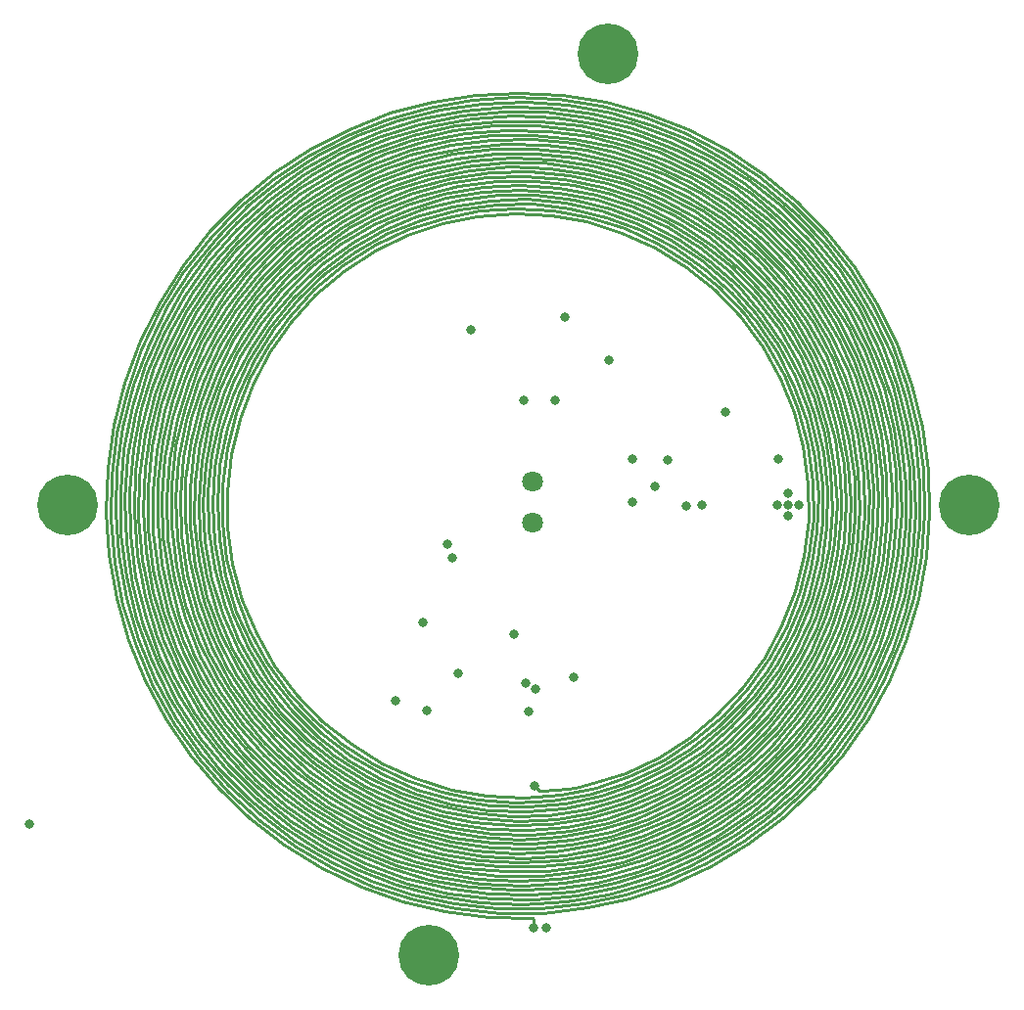
<source format=gbr>
%TF.GenerationSoftware,KiCad,Pcbnew,(6.0.7)*%
%TF.CreationDate,2023-01-31T02:36:05-08:00*%
%TF.ProjectId,solar-panel-side-Z,736f6c61-722d-4706-916e-656c2d736964,2.0*%
%TF.SameCoordinates,Original*%
%TF.FileFunction,Copper,L3,Inr*%
%TF.FilePolarity,Positive*%
%FSLAX46Y46*%
G04 Gerber Fmt 4.6, Leading zero omitted, Abs format (unit mm)*
G04 Created by KiCad (PCBNEW (6.0.7)) date 2023-01-31 02:36:05*
%MOMM*%
%LPD*%
G01*
G04 APERTURE LIST*
%TA.AperFunction,ComponentPad*%
%ADD10C,5.250000*%
%TD*%
%TA.AperFunction,ComponentPad*%
%ADD11C,1.800000*%
%TD*%
%TA.AperFunction,ViaPad*%
%ADD12C,0.800000*%
%TD*%
%TA.AperFunction,Conductor*%
%ADD13C,0.250000*%
%TD*%
G04 APERTURE END LIST*
D10*
%TO.N,unconnected-(J3-Pad1)*%
%TO.C,J3*%
X110500000Y-85000000D03*
%TD*%
%TO.N,unconnected-(J4-Pad1)*%
%TO.C,J4*%
X141750000Y-124000000D03*
%TD*%
%TO.N,unconnected-(J5-Pad1)*%
%TO.C,J5*%
X157250000Y-46000000D03*
%TD*%
%TO.N,unconnected-(J6-Pad1)*%
%TO.C,J6*%
X188500000Y-85000000D03*
%TD*%
D11*
%TO.N,Net-(FB1-Pad1)*%
%TO.C,J2*%
X150689922Y-86520000D03*
%TO.N,Net-(FB2-Pad1)*%
X150689922Y-83020000D03*
%TD*%
D12*
%TO.N,+3V3*%
X138815000Y-101955000D03*
%TO.N,GND*%
X172760000Y-84040000D03*
X173700000Y-85030000D03*
X171850000Y-85030000D03*
X172770000Y-85950000D03*
X172770000Y-85030000D03*
X107150000Y-112590000D03*
X149060000Y-96220000D03*
X157310000Y-72510000D03*
X145330000Y-69850000D03*
X144270000Y-99550000D03*
X167400000Y-76940000D03*
X153500000Y-68760000D03*
%TO.N,+3V3*%
X159299922Y-84780000D03*
X141210000Y-95190000D03*
X150340000Y-102880000D03*
X171980000Y-81020000D03*
X164009922Y-85100000D03*
X154250000Y-99940000D03*
%TO.N,VSOLAR*%
X141590000Y-102830000D03*
%TO.N,SDA*%
X149950000Y-75975000D03*
X150940000Y-100960000D03*
X143340000Y-88410000D03*
X152684500Y-76000000D03*
%TO.N,SCL*%
X143775000Y-89605000D03*
X150070000Y-100390000D03*
%TO.N,Net-(D1-Pad3)*%
X161239922Y-83380000D03*
X159309922Y-81070000D03*
%TO.N,VSense*%
X162404922Y-81085000D03*
X165349922Y-85060000D03*
%TO.N,Net-(U2-Pad7)*%
X150800000Y-121570000D03*
X150850000Y-109290000D03*
X151910000Y-121620000D03*
%TD*%
D13*
%TO.N,Net-(U2-Pad7)*%
X151307403Y-109747403D02*
X150850000Y-109290000D01*
X156232525Y-109012525D02*
X154400000Y-109450000D01*
X164275000Y-105175000D02*
X161605000Y-106855000D01*
X166625000Y-103175000D02*
X164275000Y-105175000D01*
X168845000Y-100855000D02*
X166625000Y-103175000D01*
X173405000Y-92485000D02*
X172235000Y-95475000D01*
X174165000Y-89435000D02*
X173405000Y-92485000D01*
X174545000Y-86315000D02*
X174165000Y-89435000D01*
X174525000Y-83125000D02*
X174545000Y-86315000D01*
X172125000Y-74075000D02*
X173295000Y-76935000D01*
X170565000Y-71265000D02*
X172125000Y-74075000D01*
X166475000Y-66425000D02*
X168665000Y-68695000D01*
X161265000Y-62725000D02*
X164015000Y-64425000D01*
X158435000Y-61445000D02*
X161265000Y-62725000D01*
X152275000Y-59945000D02*
X155365000Y-60485000D01*
X149165000Y-59765000D02*
X152275000Y-59945000D01*
X145905000Y-60015000D02*
X149165000Y-59765000D01*
X139895000Y-61645000D02*
X142875000Y-60625000D01*
X134345000Y-64805000D02*
X137045000Y-63025000D01*
X124245000Y-83825000D02*
X124595000Y-80625000D01*
X124735000Y-90105000D02*
X124295000Y-86985000D01*
X125585000Y-93215000D02*
X124735000Y-90105000D01*
X126795000Y-96135000D02*
X125585000Y-93215000D01*
X132495000Y-103715000D02*
X130275000Y-101425000D01*
X137695000Y-107365000D02*
X134995000Y-105705000D01*
X143655000Y-109645000D02*
X140505000Y-108665000D01*
X159245000Y-108425000D02*
X156215000Y-109455000D01*
X164775000Y-105285000D02*
X162095000Y-107035000D01*
X167215000Y-103215000D02*
X164775000Y-105285000D01*
X169355000Y-100865000D02*
X167215000Y-103215000D01*
X172715000Y-95425000D02*
X171195000Y-98265000D01*
X173845000Y-92455000D02*
X172715000Y-95425000D01*
X173665000Y-76745000D02*
X174495000Y-79855000D01*
X172455000Y-73795000D02*
X173665000Y-76745000D01*
X170885000Y-70995000D02*
X172455000Y-73795000D01*
X166775000Y-66125000D02*
X168985000Y-68435000D01*
X161525000Y-62395000D02*
X164265000Y-64085000D01*
X158655000Y-61065000D02*
X161525000Y-62395000D01*
X149295000Y-59345000D02*
X152495000Y-59535000D01*
X146095000Y-59565000D02*
X149295000Y-59345000D01*
X142995000Y-60175000D02*
X146095000Y-59565000D01*
X139965000Y-61165000D02*
X142995000Y-60175000D01*
X137055000Y-62535000D02*
X139965000Y-61165000D01*
X134315000Y-64285000D02*
X137055000Y-62535000D01*
X129675000Y-68655000D02*
X131845000Y-66335000D01*
X126255000Y-74045000D02*
X127805000Y-71235000D01*
X123835000Y-86505000D02*
X123855000Y-83285000D01*
X125005000Y-92805000D02*
X124225000Y-89695000D01*
X126155000Y-95765000D02*
X125005000Y-92805000D01*
X129545000Y-101215000D02*
X127685000Y-98605000D01*
X131705000Y-103565000D02*
X129545000Y-101215000D01*
X158755000Y-108205000D02*
X156232525Y-109012525D01*
X136855000Y-107395000D02*
X134205000Y-105675000D01*
X139775000Y-108815000D02*
X136855000Y-107395000D01*
X174605000Y-89335000D02*
X173845000Y-92455000D01*
X142795000Y-109845000D02*
X139775000Y-108815000D01*
X158585000Y-109115000D02*
X155495000Y-110055000D01*
X161525000Y-107805000D02*
X158585000Y-109115000D01*
X166795000Y-104145000D02*
X164265000Y-106145000D01*
X169045000Y-101865000D02*
X166795000Y-104145000D01*
X172615000Y-96555000D02*
X170985000Y-99335000D01*
X173885000Y-93595000D02*
X172615000Y-96555000D01*
X175285000Y-87315000D02*
X174775000Y-90505000D01*
X170085000Y-69165000D02*
X171875000Y-71845000D01*
X167975000Y-66725000D02*
X170085000Y-69165000D01*
X165595000Y-64585000D02*
X167975000Y-66725000D01*
X157055000Y-60095000D02*
X160075000Y-61225000D01*
X142875000Y-60625000D02*
X145905000Y-60015000D01*
X144315000Y-59455000D02*
X147525000Y-59015000D01*
X141235000Y-60275000D02*
X144315000Y-59455000D01*
X138205000Y-61495000D02*
X141235000Y-60275000D01*
X174385000Y-77735000D02*
X175085000Y-80895000D01*
X130465000Y-67155000D02*
X132785000Y-64965000D01*
X125275000Y-75285000D02*
X126665000Y-72365000D01*
X130275000Y-101425000D02*
X128365000Y-98885000D01*
X124255000Y-78365000D02*
X125275000Y-75285000D01*
X123395000Y-84775000D02*
X123625000Y-81545000D01*
X125085000Y-94245000D02*
X124125000Y-91135000D01*
X128095000Y-99955000D02*
X126395000Y-97155000D01*
X174495000Y-79855000D02*
X174925000Y-82985000D01*
X130115000Y-102495000D02*
X128095000Y-99955000D01*
X134985000Y-106715000D02*
X132395000Y-104735000D01*
X143845000Y-110515000D02*
X140735000Y-109615000D01*
X147055000Y-111025000D02*
X143845000Y-110515000D01*
X150265000Y-111135000D02*
X147055000Y-111025000D01*
X159765000Y-109075000D02*
X156645000Y-110165000D01*
X153905000Y-59335000D02*
X157055000Y-60095000D01*
X162605000Y-107665000D02*
X159765000Y-109075000D01*
X165305000Y-105885000D02*
X162605000Y-107665000D01*
X169995000Y-101355000D02*
X167795000Y-103765000D01*
X175345000Y-89715000D02*
X174555000Y-92865000D01*
X175745000Y-86515000D02*
X175345000Y-89715000D01*
X168985000Y-68435000D02*
X170885000Y-70995000D01*
X174555000Y-76905000D02*
X175345000Y-80045000D01*
X171845000Y-71015000D02*
X173375000Y-73865000D01*
X124225000Y-89695000D02*
X123835000Y-86505000D01*
X162615000Y-62075000D02*
X165305000Y-63855000D01*
X156655000Y-59555000D02*
X159715000Y-60635000D01*
X150225000Y-58555000D02*
X153465000Y-58855000D01*
X152315000Y-110595000D02*
X149135000Y-110745000D01*
X147045000Y-58655000D02*
X150225000Y-58555000D01*
X140655000Y-60045000D02*
X143775000Y-59155000D01*
X137655000Y-61315000D02*
X140655000Y-60045000D01*
X134875000Y-62925000D02*
X137655000Y-61315000D01*
X132295000Y-64865000D02*
X134875000Y-62925000D01*
X174775000Y-90505000D02*
X173885000Y-93595000D01*
X129925000Y-67145000D02*
X132295000Y-64865000D01*
X126145000Y-72475000D02*
X127885000Y-69675000D01*
X124265000Y-80125000D02*
X125065000Y-77035000D01*
X123195000Y-81725000D02*
X123805000Y-78515000D01*
X122995000Y-84955000D02*
X123195000Y-81725000D01*
X123775000Y-91395000D02*
X123185000Y-88205000D01*
X124765000Y-94525000D02*
X123775000Y-91395000D01*
X173385000Y-95875000D02*
X171835000Y-98765000D01*
X145935000Y-110485000D02*
X142795000Y-109845000D01*
X126115000Y-97485000D02*
X124765000Y-94525000D01*
X129855000Y-102805000D02*
X127815000Y-100255000D01*
X137585000Y-108695000D02*
X134805000Y-107075000D01*
X140565000Y-109975000D02*
X137585000Y-108695000D01*
X143695000Y-110895000D02*
X140565000Y-109975000D01*
X123625000Y-81545000D02*
X124255000Y-78365000D01*
X146895000Y-111405000D02*
X143695000Y-110895000D01*
X147525000Y-59015000D02*
X150735000Y-58975000D01*
X153405000Y-111265000D02*
X150165000Y-111535000D01*
X156615000Y-110585000D02*
X153405000Y-111265000D01*
X162625000Y-108115000D02*
X159705000Y-109535000D01*
X123565000Y-87985000D02*
X123395000Y-84775000D01*
X167925000Y-104195000D02*
X165395000Y-106325000D01*
X173585000Y-96385000D02*
X172015000Y-99225000D01*
X174835000Y-93305000D02*
X173585000Y-96385000D01*
X176115000Y-86955000D02*
X175665000Y-90185000D01*
X176165000Y-83675000D02*
X176115000Y-86955000D01*
X175085000Y-77265000D02*
X175825000Y-80465000D01*
X173955000Y-74175000D02*
X175085000Y-77265000D01*
X172465000Y-71265000D02*
X173955000Y-74175000D01*
X166025000Y-63905000D02*
X168475000Y-66095000D01*
X154215000Y-58575000D02*
X157395000Y-59355000D01*
X147695000Y-58205000D02*
X150945000Y-58185000D01*
X126275000Y-71435000D02*
X128135000Y-68665000D01*
X124805000Y-74335000D02*
X126275000Y-71435000D01*
X122955000Y-80615000D02*
X123685000Y-77425000D01*
X123145000Y-90425000D02*
X122685000Y-87215000D01*
X125235000Y-96635000D02*
X124005000Y-93605000D01*
X132175000Y-105075000D02*
X129855000Y-102805000D01*
X126835000Y-99505000D02*
X125235000Y-96635000D01*
X142345000Y-110965000D02*
X139265000Y-109905000D01*
X155355000Y-111315000D02*
X152085000Y-111825000D01*
X158515000Y-110415000D02*
X155355000Y-111315000D01*
X161535000Y-109145000D02*
X158515000Y-110415000D01*
X169375000Y-103285000D02*
X166985000Y-105575000D01*
X173235000Y-97945000D02*
X171485000Y-100715000D01*
X175675000Y-91875000D02*
X174645000Y-94975000D01*
X159705000Y-109535000D02*
X156615000Y-110585000D01*
X176335000Y-88635000D02*
X175675000Y-91875000D01*
X174975000Y-75655000D02*
X175905000Y-78795000D01*
X170125000Y-101825000D02*
X167925000Y-104195000D01*
X170025000Y-67185000D02*
X172005000Y-69785000D01*
X165145000Y-62745000D02*
X167695000Y-64795000D01*
X159365000Y-59625000D02*
X162355000Y-61015000D01*
X146395000Y-57915000D02*
X149685000Y-57745000D01*
X138265000Y-60585000D02*
X141325000Y-59405000D01*
X139995000Y-59435000D02*
X143175000Y-58475000D01*
X134145000Y-62445000D02*
X136995000Y-60755000D01*
X129155000Y-66805000D02*
X131515000Y-64475000D01*
X127125000Y-69365000D02*
X129155000Y-66805000D01*
X125405000Y-72165000D02*
X127125000Y-69365000D01*
X123025000Y-78335000D02*
X124035000Y-75165000D01*
X122415000Y-81555000D02*
X123025000Y-78335000D01*
X125285000Y-97625000D02*
X123935000Y-94595000D01*
X172005000Y-69785000D02*
X173675000Y-72645000D01*
X126975000Y-100445000D02*
X125285000Y-97625000D01*
X152085000Y-111825000D02*
X148805000Y-111935000D01*
X128975000Y-103015000D02*
X126975000Y-100445000D01*
X139765000Y-110535000D02*
X136715000Y-109145000D01*
X156045000Y-111565000D02*
X152775000Y-112155000D01*
X136285000Y-108455000D02*
X133525000Y-106665000D01*
X162195000Y-109255000D02*
X159225000Y-110585000D01*
X165085000Y-107525000D02*
X162195000Y-109255000D01*
X144495000Y-58605000D02*
X147695000Y-58205000D01*
X167675000Y-105505000D02*
X165085000Y-107525000D01*
X131025000Y-104565000D02*
X128775000Y-102165000D01*
X170015000Y-103175000D02*
X167675000Y-105505000D01*
X176445000Y-82045000D02*
X176585000Y-85425000D01*
X175175000Y-94715000D02*
X173795000Y-97755000D01*
X134805000Y-107075000D02*
X132175000Y-105075000D01*
X176175000Y-91545000D02*
X175175000Y-94715000D01*
X176775000Y-88345000D02*
X176175000Y-91545000D01*
X176995000Y-84975000D02*
X176775000Y-88345000D01*
X176815000Y-81765000D02*
X176995000Y-84975000D01*
X176225000Y-78425000D02*
X176815000Y-81765000D01*
X172215000Y-69385000D02*
X173865000Y-72145000D01*
X135335000Y-62155000D02*
X138265000Y-60585000D01*
X167845000Y-64395000D02*
X170175000Y-66745000D01*
X128135000Y-68665000D02*
X130255000Y-66215000D01*
X162405000Y-60585000D02*
X165245000Y-62325000D01*
X123685000Y-77425000D02*
X124805000Y-74335000D01*
X159405000Y-59215000D02*
X162405000Y-60585000D01*
X156645000Y-110165000D02*
X153515000Y-110845000D01*
X156205000Y-58185000D02*
X159405000Y-59215000D01*
X152945000Y-57575000D02*
X156205000Y-58185000D01*
X149625000Y-57345000D02*
X152945000Y-57575000D01*
X168475000Y-66095000D02*
X170625000Y-68555000D01*
X143035000Y-58095000D02*
X146385000Y-57515000D01*
X139895000Y-59045000D02*
X143035000Y-58095000D01*
X136835000Y-60385000D02*
X139895000Y-59045000D01*
X133965000Y-62085000D02*
X136835000Y-60385000D01*
X131375000Y-64065000D02*
X133965000Y-62085000D01*
X128965000Y-66415000D02*
X131375000Y-64065000D01*
X126885000Y-69015000D02*
X128965000Y-66415000D01*
X125125000Y-71835000D02*
X126885000Y-69015000D01*
X171485000Y-100715000D02*
X169375000Y-103285000D01*
X122695000Y-78005000D02*
X123725000Y-74855000D01*
X122055000Y-81235000D02*
X122695000Y-78005000D01*
X121795000Y-84605000D02*
X122055000Y-81235000D01*
X124745000Y-97455000D02*
X123435000Y-94395000D01*
X128415000Y-102985000D02*
X126405000Y-100315000D01*
X130705000Y-105375000D02*
X128415000Y-102985000D01*
X133315000Y-107505000D02*
X130705000Y-105375000D01*
X173675000Y-72645000D02*
X174975000Y-75655000D01*
X136125000Y-109285000D02*
X133315000Y-107505000D01*
X142275000Y-111775000D02*
X139125000Y-110715000D01*
X148865000Y-112735000D02*
X145555000Y-112455000D01*
X167345000Y-106315000D02*
X164695000Y-108265000D01*
X169805000Y-104005000D02*
X167345000Y-106315000D01*
X173765000Y-98635000D02*
X171935000Y-101455000D01*
X175225000Y-95665000D02*
X173765000Y-98635000D01*
X176335000Y-92495000D02*
X175225000Y-95665000D01*
X177055000Y-89235000D02*
X176335000Y-92495000D01*
X177375000Y-85925000D02*
X177055000Y-89235000D01*
X177345000Y-84575000D02*
X177375000Y-85925000D01*
X177295000Y-82555000D02*
X177345000Y-84575000D01*
X174725000Y-72965000D02*
X175965000Y-76055000D01*
X171175000Y-67315000D02*
X173105000Y-70015000D01*
X168915000Y-64845000D02*
X171175000Y-67315000D01*
X160625000Y-59285000D02*
X163595000Y-60795000D01*
X144275000Y-57425000D02*
X147565000Y-57005000D01*
X140995000Y-58245000D02*
X144275000Y-57425000D01*
X137845000Y-59455000D02*
X140995000Y-58245000D01*
X134885000Y-61015000D02*
X137845000Y-59455000D01*
X173295000Y-76935000D02*
X174105000Y-79975000D01*
X132185000Y-62885000D02*
X134885000Y-61015000D01*
X127405000Y-67645000D02*
X129635000Y-65135000D01*
X122725000Y-76465000D02*
X123945000Y-73315000D01*
X121465000Y-83025000D02*
X121905000Y-79685000D01*
X121425000Y-86355000D02*
X121465000Y-83025000D01*
X121795000Y-89725000D02*
X121425000Y-86355000D01*
X150735000Y-58975000D02*
X153905000Y-59335000D01*
X129195000Y-104435000D02*
X127025000Y-101885000D01*
X140425000Y-111625000D02*
X137325000Y-110355000D01*
X143685000Y-112525000D02*
X140425000Y-111625000D01*
X146985000Y-113025000D02*
X143685000Y-112525000D01*
X153665000Y-112845000D02*
X150335000Y-113135000D01*
X156965000Y-112155000D02*
X153665000Y-112845000D01*
X163165000Y-109645000D02*
X160135000Y-111085000D01*
X166015000Y-107845000D02*
X163165000Y-109645000D01*
X170995000Y-103275000D02*
X168665000Y-105695000D01*
X173015000Y-100615000D02*
X170995000Y-103275000D01*
X174705000Y-97735000D02*
X173015000Y-100615000D01*
X177035000Y-91405000D02*
X176055000Y-94655000D01*
X177795000Y-84745000D02*
X177605000Y-88145000D01*
X175975000Y-74895000D02*
X176975000Y-78125000D01*
X174605000Y-71825000D02*
X175975000Y-74895000D01*
X172865000Y-68915000D02*
X174605000Y-71825000D01*
X152195000Y-112615000D02*
X148865000Y-112735000D01*
X170805000Y-66255000D02*
X172865000Y-68915000D01*
X168435000Y-63845000D02*
X170805000Y-66255000D01*
X155505000Y-112105000D02*
X152195000Y-112615000D01*
X165825000Y-61755000D02*
X168435000Y-63845000D01*
X174925000Y-82985000D02*
X174965000Y-86175000D01*
X162975000Y-59985000D02*
X165825000Y-61755000D01*
X145555000Y-112455000D02*
X142275000Y-111775000D01*
X159915000Y-58545000D02*
X162975000Y-59985000D01*
X150045000Y-56555000D02*
X153415000Y-56825000D01*
X143385000Y-57195000D02*
X146735000Y-56675000D01*
X140125000Y-58115000D02*
X143385000Y-57195000D01*
X137015000Y-59405000D02*
X140125000Y-58115000D01*
X164695000Y-108265000D02*
X161765000Y-109925000D01*
X134075000Y-61055000D02*
X137015000Y-59405000D01*
X131355000Y-63035000D02*
X134075000Y-61055000D01*
X123315000Y-73745000D02*
X124825000Y-70745000D01*
X122165000Y-76925000D02*
X123315000Y-73745000D01*
X127025000Y-101885000D02*
X125185000Y-99105000D01*
X121485000Y-90275000D02*
X121065000Y-86905000D01*
X123505000Y-96705000D02*
X122305000Y-93555000D01*
X147565000Y-57005000D02*
X150915000Y-56985000D01*
X126985000Y-102495000D02*
X125075000Y-99705000D01*
X163595000Y-60795000D02*
X166385000Y-62665000D01*
X129205000Y-105025000D02*
X126985000Y-102495000D01*
X131705000Y-107285000D02*
X129205000Y-105025000D01*
X155625000Y-60105000D02*
X158655000Y-61065000D01*
X137445000Y-110855000D02*
X134465000Y-109235000D01*
X140605000Y-112105000D02*
X137445000Y-110855000D01*
X153945000Y-113205000D02*
X150585000Y-113525000D01*
X121905000Y-79685000D02*
X122725000Y-76465000D01*
X157235000Y-112495000D02*
X153945000Y-113205000D01*
X175965000Y-76055000D02*
X176835000Y-79325000D01*
X163505000Y-109915000D02*
X160415000Y-111405000D01*
X124595000Y-80625000D02*
X125355000Y-77535000D01*
X175085000Y-97885000D02*
X173375000Y-100795000D01*
X178195000Y-84805000D02*
X178005000Y-88215000D01*
X177395000Y-78145000D02*
X177985000Y-81435000D01*
X171265000Y-66175000D02*
X173305000Y-68855000D01*
X168895000Y-63725000D02*
X171265000Y-66175000D01*
X166275000Y-61585000D02*
X168895000Y-63725000D01*
X153825000Y-56485000D02*
X157135000Y-57195000D01*
X147075000Y-56245000D02*
X150435000Y-56165000D01*
X124775000Y-75455000D02*
X126145000Y-72475000D01*
X137225000Y-58855000D02*
X140435000Y-57585000D01*
X126745000Y-67195000D02*
X128965000Y-64675000D01*
X120625000Y-86245000D02*
X120675000Y-82845000D01*
X152495000Y-59535000D02*
X155625000Y-60105000D01*
X120965000Y-89615000D02*
X120625000Y-86245000D01*
X123725000Y-74855000D02*
X125125000Y-71835000D01*
X128325000Y-104685000D02*
X126155000Y-102055000D01*
X130785000Y-107045000D02*
X128325000Y-104685000D01*
X133495000Y-109085000D02*
X130785000Y-107045000D01*
X124825000Y-70745000D02*
X126685000Y-67925000D01*
X139535000Y-112155000D02*
X136415000Y-110795000D01*
X146155000Y-113745000D02*
X142775000Y-113145000D01*
X149535000Y-113945000D02*
X146155000Y-113745000D01*
X171835000Y-98765000D02*
X169995000Y-101355000D01*
X156325000Y-113145000D02*
X152965000Y-113745000D01*
X177405000Y-91565000D02*
X176435000Y-94775000D01*
X159565000Y-112165000D02*
X156325000Y-113145000D01*
X170835000Y-104655000D02*
X168365000Y-107025000D01*
X172995000Y-102035000D02*
X170835000Y-104655000D01*
X174845000Y-99165000D02*
X172995000Y-102035000D01*
X177585000Y-81435000D02*
X177795000Y-84745000D01*
X177465000Y-92905000D02*
X176335000Y-96125000D01*
X178215000Y-89585000D02*
X177465000Y-92905000D01*
X172515000Y-67075000D02*
X174445000Y-69905000D01*
X170265000Y-64495000D02*
X172515000Y-67075000D01*
X167705000Y-62175000D02*
X170265000Y-64495000D01*
X155365000Y-60485000D02*
X158435000Y-61445000D01*
X164955000Y-60215000D02*
X167705000Y-62175000D01*
X158785000Y-57285000D02*
X161965000Y-58575000D01*
X155505000Y-56385000D02*
X158785000Y-57285000D01*
X148725000Y-55755000D02*
X152105000Y-55865000D01*
X145315000Y-56035000D02*
X148725000Y-55755000D01*
X134465000Y-109235000D02*
X131705000Y-107285000D01*
X138685000Y-57795000D02*
X141965000Y-56715000D01*
X123665000Y-71175000D02*
X125485000Y-68225000D01*
X122235000Y-74275000D02*
X123665000Y-71175000D01*
X120315000Y-87655000D02*
X120205000Y-84265000D01*
X120825000Y-91045000D02*
X120315000Y-87655000D01*
X122985000Y-97485000D02*
X121725000Y-94355000D01*
X124645000Y-100535000D02*
X122985000Y-97485000D01*
X131505000Y-108145000D02*
X128905000Y-105865000D01*
X137335000Y-111685000D02*
X134335000Y-110095000D01*
X140565000Y-112935000D02*
X137335000Y-111685000D01*
X143805000Y-113775000D02*
X140565000Y-112935000D01*
X127815000Y-100255000D02*
X126115000Y-97485000D01*
X150685000Y-114325000D02*
X147255000Y-114255000D01*
X154085000Y-113995000D02*
X150685000Y-114325000D01*
X121185000Y-77465000D02*
X122235000Y-74275000D01*
X157455000Y-113265000D02*
X154085000Y-113995000D01*
X160695000Y-112155000D02*
X157455000Y-113265000D01*
X163805000Y-110665000D02*
X160695000Y-112155000D01*
X166695000Y-108835000D02*
X163805000Y-110665000D01*
X169365000Y-106675000D02*
X166695000Y-108835000D01*
X121135000Y-79455000D02*
X121985000Y-76155000D01*
X175635000Y-98555000D02*
X173875000Y-101485000D01*
X168665000Y-105695000D02*
X166015000Y-107845000D01*
X174965000Y-86175000D02*
X174605000Y-89335000D01*
X177035000Y-95445000D02*
X175635000Y-98555000D01*
X134335000Y-110095000D02*
X131505000Y-108145000D01*
X178075000Y-92185000D02*
X177035000Y-95445000D01*
X178735000Y-88815000D02*
X178075000Y-92185000D01*
X178845000Y-81955000D02*
X178985000Y-85385000D01*
X176075000Y-72085000D02*
X177385000Y-75265000D01*
X174415000Y-69085000D02*
X176075000Y-72085000D01*
X172385000Y-66265000D02*
X174415000Y-69085000D01*
X131335000Y-105405000D02*
X128975000Y-103015000D01*
X154995000Y-55875000D02*
X158385000Y-56735000D01*
X149135000Y-110745000D02*
X145935000Y-110485000D01*
X126155000Y-102055000D02*
X124315000Y-99195000D01*
X151655000Y-55425000D02*
X154995000Y-55875000D01*
X144815000Y-55705000D02*
X148215000Y-55375000D01*
X135055000Y-59065000D02*
X138185000Y-57565000D01*
X132145000Y-60915000D02*
X135055000Y-59065000D01*
X168945000Y-105975000D02*
X166335000Y-108105000D01*
X129485000Y-63075000D02*
X132145000Y-60915000D01*
X127085000Y-65525000D02*
X129485000Y-63075000D01*
X131925000Y-66845000D02*
X134345000Y-64805000D01*
X124975000Y-68255000D02*
X127085000Y-65525000D01*
X122825000Y-96145000D02*
X121705000Y-92945000D01*
X123205000Y-71195000D02*
X124975000Y-68255000D01*
X121775000Y-74345000D02*
X123205000Y-71195000D01*
X152965000Y-113745000D02*
X149535000Y-113945000D01*
X120055000Y-81035000D02*
X120735000Y-77615000D01*
X119805000Y-84385000D02*
X120055000Y-81035000D01*
X120475000Y-91315000D02*
X119935000Y-87885000D01*
X160355000Y-58295000D02*
X163415000Y-59765000D01*
X131515000Y-64475000D02*
X134145000Y-62445000D01*
X161965000Y-58575000D02*
X164955000Y-60215000D01*
X124345000Y-100805000D02*
X122685000Y-97795000D01*
X131245000Y-108455000D02*
X128655000Y-106175000D01*
X134105000Y-110425000D02*
X131245000Y-108455000D01*
X160645000Y-112605000D02*
X157365000Y-113705000D01*
X162095000Y-107035000D02*
X159245000Y-108425000D01*
X163755000Y-111145000D02*
X160645000Y-112605000D01*
X173995000Y-102015000D02*
X171865000Y-104705000D01*
X177275000Y-95935000D02*
X175805000Y-99085000D01*
X179065000Y-89305000D02*
X178355000Y-92695000D01*
X179375000Y-85825000D02*
X179065000Y-89305000D01*
X177925000Y-75615000D02*
X178805000Y-78955000D01*
X176675000Y-72415000D02*
X177925000Y-75615000D01*
X175055000Y-69365000D02*
X176675000Y-72415000D01*
X165405000Y-59555000D02*
X168225000Y-61565000D01*
X152425000Y-55095000D02*
X155835000Y-55635000D01*
X175745000Y-83255000D02*
X175745000Y-86515000D01*
X175085000Y-80895000D02*
X175385000Y-84125000D01*
X140435000Y-57585000D02*
X143685000Y-56725000D01*
X148955000Y-54945000D02*
X152425000Y-55095000D01*
X142115000Y-55855000D02*
X145495000Y-55205000D01*
X161605000Y-106855000D02*
X158755000Y-108205000D01*
X138795000Y-56895000D02*
X142115000Y-55855000D01*
X135665000Y-58285000D02*
X138795000Y-56895000D01*
X132685000Y-60055000D02*
X135665000Y-58285000D01*
X174555000Y-92865000D02*
X173385000Y-95875000D01*
X129905000Y-62165000D02*
X132685000Y-60055000D01*
X125215000Y-67225000D02*
X127415000Y-64555000D01*
X119445000Y-83325000D02*
X119835000Y-79885000D01*
X119445000Y-86815000D02*
X119445000Y-83325000D01*
X122685000Y-87215000D02*
X122625000Y-83835000D01*
X121845000Y-96905000D02*
X120655000Y-93625000D01*
X125295000Y-102915000D02*
X123395000Y-100005000D01*
X158385000Y-56735000D02*
X161565000Y-57945000D01*
X127495000Y-105555000D02*
X125295000Y-102915000D01*
X130025000Y-107975000D02*
X127495000Y-105555000D01*
X135795000Y-111825000D02*
X132795000Y-110065000D01*
X138965000Y-113225000D02*
X135795000Y-111825000D01*
X145685000Y-114895000D02*
X142285000Y-114255000D01*
X149185000Y-115145000D02*
X145685000Y-114895000D01*
X163415000Y-59765000D02*
X166275000Y-61585000D01*
X131475000Y-62425000D02*
X134275000Y-60455000D01*
X126405000Y-100315000D02*
X124745000Y-97455000D01*
X168505000Y-108465000D02*
X165655000Y-110495000D01*
X179165000Y-91025000D02*
X178275000Y-94355000D01*
X119935000Y-87885000D02*
X119805000Y-84385000D01*
X178815000Y-77225000D02*
X179495000Y-80625000D01*
X179675000Y-87575000D02*
X179165000Y-91025000D01*
X176285000Y-70725000D02*
X177745000Y-73935000D01*
X169945000Y-62515000D02*
X172355000Y-64985000D01*
X173875000Y-101485000D02*
X171745000Y-104245000D01*
X155835000Y-55635000D02*
X159165000Y-56565000D01*
X167175000Y-60265000D02*
X169945000Y-62515000D01*
X160075000Y-61225000D02*
X162935000Y-62725000D01*
X164275000Y-58415000D02*
X167175000Y-60265000D01*
X157855000Y-55735000D02*
X161125000Y-56885000D01*
X144055000Y-55025000D02*
X147515000Y-54605000D01*
X140665000Y-55835000D02*
X144055000Y-55025000D01*
X137385000Y-57035000D02*
X140665000Y-55835000D01*
X119835000Y-79885000D02*
X120615000Y-76525000D01*
X131345000Y-60505000D02*
X134235000Y-58615000D01*
X126235000Y-65285000D02*
X128635000Y-62765000D01*
X122375000Y-88125000D02*
X122195000Y-84875000D01*
X122375000Y-71055000D02*
X124165000Y-68025000D01*
X120965000Y-74225000D02*
X122375000Y-71055000D01*
X171195000Y-98265000D02*
X169355000Y-100865000D01*
X119925000Y-77545000D02*
X120965000Y-74225000D01*
X159165000Y-56565000D02*
X162385000Y-57885000D01*
X119005000Y-84405000D02*
X119255000Y-81025000D01*
X119145000Y-87965000D02*
X119005000Y-84405000D01*
X126665000Y-72365000D02*
X128385000Y-69665000D01*
X176995000Y-97605000D02*
X175345000Y-100685000D01*
X119675000Y-91415000D02*
X119145000Y-87965000D01*
X178275000Y-94355000D02*
X176995000Y-97605000D01*
X121915000Y-98035000D02*
X120605000Y-94795000D01*
X127895000Y-106545000D02*
X125555000Y-103905000D01*
X120735000Y-77615000D02*
X121775000Y-74345000D01*
X130505000Y-108885000D02*
X127895000Y-106545000D01*
X123395000Y-100005000D02*
X121845000Y-96905000D01*
X133375000Y-110915000D02*
X130505000Y-108885000D01*
X136715000Y-109145000D02*
X133935000Y-107455000D01*
X123185000Y-88205000D02*
X122995000Y-84955000D01*
X175805000Y-99085000D02*
X173995000Y-102015000D01*
X136435000Y-112585000D02*
X133375000Y-110915000D01*
X165655000Y-110495000D02*
X162625000Y-112175000D01*
X139685000Y-113905000D02*
X136435000Y-112585000D01*
X121405000Y-80205000D02*
X122165000Y-76925000D01*
X121945000Y-87905000D02*
X121795000Y-84605000D01*
X143045000Y-114845000D02*
X139685000Y-113905000D01*
X160255000Y-113615000D02*
X156925000Y-114645000D01*
X166475000Y-110445000D02*
X163455000Y-112205000D01*
X169285000Y-108345000D02*
X166475000Y-110445000D01*
X174085000Y-103255000D02*
X171825000Y-105945000D01*
X132665000Y-64035000D02*
X135335000Y-62155000D01*
X177605000Y-97225000D02*
X176025000Y-100325000D01*
X164265000Y-106145000D02*
X161525000Y-107805000D01*
X179665000Y-90555000D02*
X178835000Y-93925000D01*
X180115000Y-87085000D02*
X179665000Y-90555000D01*
X167795000Y-103765000D02*
X165305000Y-105885000D01*
X170795000Y-63885000D02*
X173075000Y-66495000D01*
X179815000Y-80065000D02*
X180165000Y-83555000D01*
X176445000Y-70175000D02*
X177945000Y-73345000D01*
X174585000Y-67185000D02*
X176445000Y-70175000D01*
X172415000Y-64455000D02*
X174585000Y-67185000D01*
X161055000Y-56425000D02*
X164235000Y-57935000D01*
X154315000Y-54535000D02*
X157705000Y-55275000D01*
X143795000Y-54665000D02*
X147335000Y-54215000D01*
X140445000Y-55485000D02*
X143795000Y-54665000D01*
X178985000Y-85385000D02*
X178735000Y-88815000D01*
X137095000Y-56725000D02*
X140445000Y-55485000D01*
X131045000Y-60235000D02*
X133995000Y-58295000D01*
X122025000Y-70855000D02*
X123815000Y-67825000D01*
X123315000Y-70155000D02*
X125215000Y-67225000D01*
X123435000Y-94395000D02*
X122495000Y-91195000D01*
X127955000Y-71795000D02*
X129785000Y-69175000D01*
X119545000Y-77395000D02*
X120605000Y-74045000D01*
X172015000Y-99225000D02*
X170125000Y-101825000D01*
X118865000Y-80895000D02*
X119545000Y-77395000D01*
X149685000Y-57745000D02*
X153015000Y-57985000D01*
X118605000Y-84345000D02*
X118865000Y-80895000D01*
X123115000Y-101105000D02*
X121445000Y-97965000D01*
X146385000Y-57515000D02*
X149625000Y-57345000D01*
X130015000Y-109005000D02*
X127425000Y-106645000D01*
X135945000Y-112795000D02*
X132875000Y-111075000D01*
X149545000Y-115945000D02*
X146015000Y-115745000D01*
X153075000Y-115745000D02*
X149545000Y-115945000D01*
X156555000Y-115145000D02*
X153075000Y-115745000D01*
X159915000Y-114165000D02*
X156555000Y-115145000D01*
X139265000Y-109905000D02*
X136285000Y-108455000D01*
X163155000Y-112805000D02*
X159915000Y-114165000D01*
X127415000Y-64555000D02*
X129905000Y-62165000D01*
X169145000Y-108975000D02*
X166225000Y-111085000D01*
X171685000Y-106665000D02*
X169145000Y-108975000D01*
X146735000Y-56675000D02*
X150045000Y-56555000D01*
X125185000Y-99105000D02*
X123685000Y-96125000D01*
X128655000Y-106175000D02*
X126325000Y-103595000D01*
X180455000Y-87825000D02*
X179925000Y-91305000D01*
X180325000Y-80775000D02*
X180595000Y-84315000D01*
X168185000Y-60015000D02*
X170905000Y-62315000D01*
X158825000Y-55195000D02*
X162105000Y-56435000D01*
X161565000Y-57945000D02*
X164635000Y-59545000D01*
X155375000Y-54315000D02*
X158825000Y-55195000D01*
X141395000Y-54795000D02*
X144835000Y-54085000D01*
X131795000Y-59205000D02*
X134765000Y-57405000D01*
X166225000Y-111085000D02*
X163155000Y-112805000D01*
X126455000Y-63825000D02*
X128995000Y-61365000D01*
X120725000Y-72685000D02*
X122315000Y-69495000D01*
X180595000Y-84315000D02*
X180455000Y-87825000D01*
X119365000Y-93485000D02*
X118605000Y-90065000D01*
X125105000Y-103985000D02*
X123115000Y-101105000D01*
X123875000Y-102995000D02*
X122025000Y-100015000D01*
X126095000Y-105805000D02*
X123875000Y-102995000D01*
X177605000Y-88145000D02*
X177035000Y-91405000D01*
X158715000Y-111195000D02*
X155505000Y-112105000D01*
X137515000Y-113945000D02*
X134345000Y-112415000D01*
X171865000Y-104705000D02*
X169435000Y-107155000D01*
X144335000Y-115905000D02*
X140875000Y-115125000D01*
X175255000Y-75255000D02*
X176225000Y-78425000D01*
X147825000Y-116295000D02*
X144335000Y-115905000D01*
X150005000Y-115545000D02*
X146465000Y-115385000D01*
X151365000Y-116295000D02*
X147825000Y-116295000D01*
X178995000Y-94725000D02*
X177695000Y-97995000D01*
X164895000Y-112345000D02*
X161715000Y-113895000D01*
X173135000Y-105695000D02*
X170685000Y-108175000D01*
X179925000Y-91305000D02*
X178995000Y-94725000D01*
X175325000Y-102905000D02*
X173135000Y-105695000D01*
X134235000Y-58615000D02*
X137385000Y-57035000D01*
X177185000Y-99895000D02*
X175325000Y-102905000D01*
X125075000Y-99705000D02*
X123505000Y-96705000D01*
X171825000Y-105945000D02*
X169285000Y-108345000D01*
X178695000Y-96695000D02*
X177185000Y-99895000D01*
X179845000Y-93315000D02*
X178695000Y-96695000D01*
X170625000Y-68555000D02*
X172465000Y-71265000D01*
X180595000Y-89875000D02*
X179845000Y-93315000D01*
X180955000Y-86395000D02*
X180595000Y-89875000D01*
X121445000Y-97965000D02*
X120165000Y-94735000D01*
X180495000Y-79305000D02*
X180925000Y-82765000D01*
X179665000Y-75825000D02*
X180495000Y-79305000D01*
X123945000Y-73315000D02*
X125515000Y-70365000D01*
X172685000Y-63555000D02*
X174965000Y-66345000D01*
X122305000Y-93555000D02*
X121485000Y-90275000D01*
X156065000Y-114435000D02*
X152655000Y-114985000D01*
X177695000Y-97995000D02*
X176025000Y-101105000D01*
X164305000Y-57065000D02*
X167345000Y-58915000D01*
X161065000Y-55565000D02*
X164305000Y-57065000D01*
X157705000Y-54445000D02*
X161065000Y-55565000D01*
X147125000Y-53425000D02*
X150695000Y-53375000D01*
X147515000Y-54605000D02*
X150995000Y-54585000D01*
X150995000Y-54585000D02*
X154465000Y-54965000D01*
X143605000Y-53885000D02*
X147125000Y-53425000D01*
X176025000Y-101105000D02*
X174025000Y-103995000D01*
X140155000Y-54735000D02*
X143605000Y-53885000D01*
X136825000Y-55965000D02*
X140155000Y-54735000D01*
X120205000Y-84265000D02*
X120495000Y-80845000D01*
X130645000Y-59535000D02*
X133665000Y-57555000D01*
X145495000Y-55205000D02*
X148955000Y-54945000D01*
X118725000Y-87855000D02*
X118605000Y-84345000D01*
X127905000Y-61805000D02*
X130645000Y-59535000D01*
X123295000Y-67165000D02*
X125475000Y-64325000D01*
X162355000Y-61015000D02*
X165145000Y-62745000D01*
X121465000Y-70205000D02*
X123295000Y-67165000D01*
X147335000Y-54215000D02*
X150795000Y-54175000D01*
X119985000Y-73435000D02*
X121465000Y-70205000D01*
X118145000Y-80305000D02*
X118875000Y-76805000D01*
X120605000Y-74045000D02*
X122025000Y-70855000D01*
X117815000Y-83855000D02*
X118145000Y-80305000D01*
X179075000Y-76665000D02*
X179815000Y-80065000D01*
X119215000Y-94395000D02*
X118355000Y-90945000D01*
X120455000Y-97725000D02*
X119215000Y-94395000D01*
X122065000Y-100905000D02*
X120455000Y-97725000D01*
X131695000Y-111255000D02*
X128875000Y-109095000D01*
X144875000Y-116395000D02*
X141355000Y-115665000D01*
X148445000Y-116725000D02*
X144875000Y-116395000D01*
X151955000Y-116655000D02*
X148445000Y-116725000D01*
X147185000Y-113445000D02*
X143875000Y-112975000D01*
X162315000Y-114075000D02*
X158995000Y-115315000D01*
X168525000Y-110475000D02*
X165515000Y-112455000D01*
X123815000Y-67825000D02*
X125905000Y-65055000D01*
X171225000Y-108225000D02*
X168525000Y-110475000D01*
X173715000Y-105635000D02*
X171225000Y-108225000D01*
X175875000Y-102805000D02*
X173715000Y-105635000D01*
X177745000Y-99705000D02*
X175875000Y-102805000D01*
X161765000Y-109925000D02*
X158715000Y-111195000D01*
X174025000Y-103995000D02*
X171685000Y-106665000D01*
X180315000Y-93115000D02*
X179205000Y-96485000D01*
X181305000Y-82495000D02*
X181375000Y-86055000D01*
X180835000Y-78945000D02*
X181305000Y-82495000D01*
X179985000Y-75505000D02*
X180835000Y-78945000D01*
X175175000Y-65945000D02*
X177135000Y-68955000D01*
X177385000Y-75265000D02*
X178305000Y-78555000D01*
X172905000Y-63205000D02*
X175175000Y-65945000D01*
X180165000Y-83555000D02*
X180115000Y-87085000D01*
X161195000Y-55185000D02*
X164445000Y-56685000D01*
X150725000Y-52975000D02*
X154295000Y-53315000D01*
X123685000Y-96125000D02*
X122545000Y-92965000D01*
X147175000Y-53025000D02*
X150725000Y-52975000D01*
X143685000Y-53465000D02*
X147175000Y-53025000D01*
X140185000Y-54305000D02*
X143685000Y-53465000D01*
X138025000Y-55905000D02*
X141395000Y-54795000D01*
X136795000Y-55545000D02*
X140185000Y-54305000D01*
X133595000Y-57135000D02*
X136795000Y-55545000D01*
X130565000Y-59095000D02*
X133595000Y-57135000D01*
X127755000Y-61395000D02*
X130565000Y-59095000D01*
X178305000Y-78555000D02*
X178845000Y-81955000D01*
X178835000Y-93925000D02*
X177605000Y-97225000D01*
X123065000Y-66805000D02*
X125285000Y-63935000D01*
X119715000Y-73025000D02*
X121225000Y-69805000D01*
X153465000Y-58855000D02*
X156655000Y-59555000D01*
X118565000Y-76425000D02*
X119715000Y-73025000D01*
X121065000Y-86905000D02*
X121035000Y-83525000D01*
X128905000Y-105865000D02*
X126615000Y-103315000D01*
X168225000Y-61565000D02*
X170795000Y-63885000D01*
X152820000Y-109640000D02*
X151307403Y-109747403D01*
X157135000Y-57195000D02*
X160355000Y-58295000D01*
X117805000Y-79905000D02*
X118565000Y-76425000D01*
X117435000Y-83465000D02*
X117805000Y-79905000D01*
X177945000Y-73345000D02*
X179075000Y-76665000D01*
X117465000Y-87055000D02*
X117435000Y-83465000D01*
X118705000Y-94085000D02*
X117885000Y-90605000D01*
X119915000Y-97475000D02*
X118705000Y-94085000D01*
X123415000Y-103725000D02*
X121485000Y-100695000D01*
X140505000Y-108665000D02*
X137695000Y-107365000D01*
X170145000Y-61085000D02*
X172685000Y-63555000D01*
X125655000Y-106515000D02*
X123415000Y-103725000D01*
X144835000Y-54085000D02*
X148365000Y-53765000D01*
X131015000Y-111265000D02*
X128205000Y-109045000D01*
X173795000Y-97755000D02*
X172075000Y-100575000D01*
X122625000Y-83835000D02*
X122955000Y-80615000D01*
X137305000Y-114725000D02*
X134055000Y-113165000D01*
X144185000Y-116695000D02*
X140715000Y-115905000D01*
X147745000Y-117095000D02*
X144185000Y-116695000D01*
X158455000Y-115895000D02*
X154855000Y-116705000D01*
X143695000Y-114165000D02*
X140345000Y-113285000D01*
X159435000Y-113485000D02*
X156065000Y-114435000D01*
X150695000Y-53375000D02*
X154245000Y-53715000D01*
X161815000Y-114725000D02*
X158455000Y-115895000D01*
X165035000Y-113185000D02*
X161815000Y-114725000D01*
X153115000Y-110095000D02*
X149895000Y-110345000D01*
X153995000Y-114415000D02*
X150555000Y-114725000D01*
X170905000Y-109055000D02*
X168115000Y-111265000D01*
X119525000Y-75995000D02*
X120725000Y-72685000D01*
X175705000Y-103755000D02*
X173435000Y-106555000D01*
X177645000Y-100715000D02*
X175705000Y-103755000D01*
X166985000Y-105575000D02*
X164405000Y-107505000D01*
X179225000Y-97505000D02*
X177645000Y-100715000D01*
X180445000Y-94115000D02*
X179225000Y-97505000D01*
X174645000Y-94975000D02*
X173235000Y-97945000D01*
X155495000Y-110055000D02*
X152315000Y-110595000D01*
X181725000Y-87045000D02*
X181285000Y-90595000D01*
X174445000Y-69905000D02*
X176025000Y-72925000D01*
X173385000Y-103515000D02*
X171075000Y-106145000D01*
X124315000Y-99195000D02*
X122825000Y-96145000D01*
X179515000Y-72955000D02*
X180655000Y-76375000D01*
X168685000Y-58895000D02*
X171455000Y-61185000D01*
X165645000Y-56885000D02*
X168685000Y-58895000D01*
X118235000Y-86555000D02*
X118265000Y-82945000D01*
X141355000Y-53565000D02*
X144855000Y-52865000D01*
X160485000Y-60535000D02*
X163365000Y-62055000D01*
X178515000Y-82725000D02*
X178565000Y-86195000D01*
X178355000Y-92695000D02*
X177275000Y-95935000D01*
X171075000Y-106145000D02*
X168505000Y-108465000D01*
X119955000Y-71455000D02*
X121615000Y-68305000D01*
X126395000Y-97155000D02*
X125085000Y-94245000D01*
X117695000Y-78295000D02*
X118645000Y-74785000D01*
X156925000Y-114645000D02*
X153475000Y-115295000D01*
X117155000Y-81815000D02*
X117695000Y-78295000D01*
X116995000Y-85455000D02*
X117155000Y-81815000D01*
X117885000Y-92575000D02*
X117245000Y-89025000D01*
X118925000Y-96045000D02*
X117885000Y-92575000D01*
X120325000Y-99345000D02*
X118925000Y-96045000D01*
X126455000Y-74595000D02*
X127955000Y-71795000D01*
X126325000Y-103595000D02*
X124345000Y-100805000D01*
X132285000Y-112595000D02*
X129335000Y-110515000D01*
X145805000Y-117325000D02*
X142245000Y-116715000D01*
X163415000Y-114455000D02*
X160095000Y-115795000D01*
X176395000Y-74885000D02*
X177395000Y-78145000D01*
X174725000Y-105675000D02*
X172235000Y-108365000D01*
X176865000Y-102765000D02*
X174725000Y-105675000D01*
X134765000Y-57405000D02*
X138025000Y-55905000D01*
X178665000Y-99655000D02*
X176865000Y-102765000D01*
X182185000Y-85695000D02*
X181895000Y-89315000D01*
X182075000Y-82095000D02*
X182185000Y-85695000D01*
X181575000Y-78525000D02*
X182075000Y-82095000D01*
X138795000Y-115715000D02*
X135435000Y-114325000D01*
X119245000Y-91315000D02*
X118725000Y-87855000D01*
X180675000Y-75015000D02*
X181575000Y-78525000D01*
X161715000Y-113895000D02*
X158375000Y-115085000D01*
X158175000Y-53335000D02*
X161595000Y-54485000D01*
X154655000Y-52565000D02*
X158175000Y-53335000D01*
X170725000Y-98255000D02*
X168845000Y-100855000D01*
X147405000Y-52205000D02*
X151065000Y-52185000D01*
X154855000Y-116705000D02*
X151335000Y-117095000D01*
X130545000Y-58125000D02*
X133565000Y-56235000D01*
X122845000Y-65715000D02*
X125085000Y-62955000D01*
X120875000Y-68785000D02*
X122845000Y-65715000D01*
X148805000Y-111935000D02*
X145545000Y-111645000D01*
X119255000Y-72045000D02*
X120875000Y-68785000D01*
X118005000Y-75475000D02*
X119255000Y-72045000D01*
X116685000Y-82565000D02*
X117155000Y-78965000D01*
X156715000Y-57495000D02*
X159915000Y-58545000D01*
X151335000Y-117095000D02*
X147745000Y-117095000D01*
X118785000Y-96815000D02*
X117665000Y-93345000D01*
X153415000Y-56825000D02*
X156715000Y-57495000D01*
X157365000Y-113705000D02*
X153995000Y-114415000D01*
X120655000Y-93625000D02*
X119855000Y-90255000D01*
X120275000Y-100125000D02*
X118785000Y-96815000D01*
X124275000Y-106145000D02*
X122095000Y-103225000D01*
X162705000Y-110795000D02*
X159565000Y-112165000D01*
X152105000Y-55865000D02*
X155505000Y-56385000D01*
X129525000Y-111165000D02*
X126765000Y-108805000D01*
X142605000Y-117205000D02*
X139105000Y-116245000D01*
X120495000Y-80845000D02*
X121185000Y-77465000D01*
X162385000Y-57885000D02*
X165405000Y-59555000D01*
X119255000Y-81025000D02*
X119925000Y-77545000D01*
X146205000Y-117775000D02*
X142605000Y-117205000D01*
X161595000Y-54485000D02*
X164925000Y-56035000D01*
X124125000Y-91135000D02*
X123565000Y-87985000D01*
X153445000Y-117715000D02*
X149835000Y-117945000D01*
X160485000Y-116085000D02*
X156995000Y-117095000D01*
X170025000Y-110835000D02*
X167045000Y-112935000D01*
X175175000Y-105755000D02*
X172775000Y-108405000D01*
X177325000Y-102795000D02*
X175175000Y-105755000D01*
X126615000Y-103315000D02*
X124645000Y-100535000D01*
X182315000Y-89255000D02*
X181625000Y-92825000D01*
X164925000Y-56035000D02*
X167985000Y-57905000D01*
X168665000Y-68695000D02*
X170565000Y-71265000D01*
X182585000Y-85615000D02*
X182315000Y-89255000D01*
X166335000Y-108105000D02*
X163505000Y-109915000D01*
X181955000Y-78405000D02*
X182465000Y-81975000D01*
X175415000Y-67695000D02*
X177185000Y-70715000D01*
X179765000Y-71485000D02*
X181055000Y-74895000D01*
X169565000Y-110685000D02*
X166585000Y-112745000D01*
X178095000Y-68215000D02*
X179765000Y-71485000D01*
X152015000Y-52645000D02*
X155595000Y-53135000D01*
X132795000Y-110065000D02*
X130025000Y-107975000D01*
X128385000Y-69665000D02*
X130465000Y-67155000D01*
X176095000Y-65175000D02*
X178095000Y-68215000D01*
X142245000Y-116715000D02*
X138795000Y-115715000D01*
X171155000Y-59845000D02*
X173755000Y-62355000D01*
X168295000Y-57625000D02*
X171155000Y-59845000D01*
X179785000Y-84075000D02*
X179675000Y-87575000D01*
X161875000Y-54165000D02*
X165155000Y-55705000D01*
X140285000Y-53445000D02*
X143835000Y-52625000D01*
X158445000Y-52995000D02*
X161875000Y-54165000D01*
X117155000Y-78965000D02*
X118005000Y-75475000D01*
X168365000Y-107025000D02*
X165665000Y-109065000D01*
X154875000Y-52195000D02*
X158445000Y-52995000D01*
X147655000Y-51795000D02*
X151265000Y-51795000D01*
X136895000Y-54635000D02*
X140285000Y-53445000D01*
X143985000Y-52195000D02*
X147655000Y-51795000D01*
X141965000Y-56715000D02*
X145315000Y-56035000D01*
X157475000Y-58125000D02*
X160625000Y-59285000D01*
X140405000Y-52995000D02*
X143985000Y-52195000D01*
X136975000Y-54175000D02*
X140405000Y-52995000D01*
X135435000Y-114325000D02*
X132285000Y-112595000D01*
X133705000Y-55705000D02*
X136975000Y-54175000D01*
X127715000Y-59825000D02*
X130565000Y-57625000D01*
X122735000Y-65195000D02*
X125035000Y-62415000D01*
X116335000Y-82025000D02*
X116855000Y-78415000D01*
X124175000Y-105385000D02*
X122105000Y-102505000D01*
X145545000Y-111645000D02*
X142345000Y-110965000D01*
X132785000Y-64965000D02*
X135385000Y-63065000D01*
X170045000Y-63705000D02*
X172385000Y-66265000D01*
X148435000Y-52555000D02*
X152015000Y-52645000D01*
X116205000Y-85645000D02*
X116335000Y-82025000D01*
X173445000Y-62605000D02*
X175755000Y-65395000D01*
X116475000Y-89325000D02*
X116205000Y-85645000D01*
X119635000Y-99755000D02*
X118195000Y-96375000D01*
X123665000Y-65295000D02*
X126015000Y-62545000D01*
X157705000Y-55275000D02*
X161055000Y-56425000D01*
X121425000Y-102935000D02*
X119635000Y-99755000D01*
X125965000Y-108575000D02*
X123545000Y-105885000D01*
X118645000Y-74785000D02*
X119955000Y-71455000D01*
X124015000Y-103875000D02*
X122065000Y-100905000D01*
X128705000Y-111035000D02*
X125965000Y-108575000D01*
X182465000Y-81975000D02*
X182585000Y-85615000D01*
X134875000Y-114945000D02*
X131675000Y-113155000D01*
X179125000Y-99625000D02*
X177325000Y-102795000D01*
X156255000Y-117665000D02*
X152615000Y-118205000D01*
X159775000Y-116745000D02*
X156255000Y-117665000D01*
X173375000Y-73865000D02*
X174555000Y-76905000D01*
X166425000Y-113775000D02*
X163195000Y-115435000D01*
X171935000Y-101455000D02*
X169805000Y-104005000D01*
X182535000Y-90415000D02*
X181725000Y-94015000D01*
X162625000Y-112175000D02*
X159435000Y-113485000D01*
X117885000Y-87425000D02*
X117815000Y-83855000D01*
X182555000Y-79485000D02*
X182945000Y-83145000D01*
X176335000Y-96125000D02*
X174845000Y-99165000D01*
X181775000Y-75915000D02*
X182555000Y-79485000D01*
X179065000Y-69135000D02*
X180605000Y-72455000D01*
X137325000Y-110355000D02*
X134405000Y-108725000D01*
X177145000Y-65965000D02*
X179065000Y-69135000D01*
X174935000Y-63075000D02*
X177145000Y-65965000D01*
X143835000Y-52625000D02*
X147405000Y-52205000D01*
X131845000Y-66335000D02*
X134315000Y-64285000D01*
X169625000Y-58095000D02*
X172405000Y-60425000D01*
X117135000Y-92865000D02*
X116475000Y-89325000D01*
X178805000Y-78955000D02*
X179285000Y-82385000D01*
X124165000Y-68025000D02*
X126235000Y-65285000D01*
X163315000Y-54345000D02*
X166535000Y-56025000D01*
X177235000Y-76085000D02*
X178075000Y-79395000D01*
X156355000Y-52065000D02*
X159925000Y-53025000D01*
X117665000Y-93345000D02*
X116945000Y-89795000D01*
X167695000Y-64795000D02*
X170025000Y-67185000D01*
X121775000Y-73275000D02*
X123315000Y-70155000D01*
X152715000Y-51505000D02*
X156355000Y-52065000D01*
X175035000Y-71785000D02*
X176395000Y-74885000D01*
X145415000Y-51585000D02*
X149095000Y-51345000D01*
X150585000Y-113525000D02*
X147185000Y-113445000D01*
X123935000Y-94595000D02*
X122965000Y-91455000D01*
X134905000Y-54645000D02*
X138285000Y-53245000D01*
X155535000Y-116175000D02*
X151955000Y-116655000D01*
X127595000Y-65555000D02*
X129975000Y-63165000D01*
X123435000Y-63655000D02*
X125915000Y-60935000D01*
X180555000Y-96315000D02*
X179125000Y-99625000D01*
X121295000Y-66565000D02*
X123435000Y-63655000D01*
X116865000Y-76595000D02*
X117965000Y-73115000D01*
X125485000Y-68225000D02*
X127595000Y-65555000D01*
X116135000Y-80215000D02*
X116865000Y-76595000D01*
X171325000Y-103505000D02*
X168945000Y-105975000D01*
X118475000Y-98185000D02*
X117235000Y-94755000D01*
X120735000Y-68225000D02*
X122735000Y-65195000D01*
X156995000Y-117095000D02*
X153445000Y-117715000D01*
X120105000Y-101505000D02*
X118475000Y-98185000D01*
X116945000Y-89795000D02*
X116615000Y-86115000D01*
X127425000Y-106645000D02*
X125105000Y-103985000D01*
X124035000Y-75165000D02*
X125405000Y-72165000D01*
X130255000Y-66215000D02*
X132665000Y-64035000D01*
X122065000Y-104595000D02*
X120105000Y-101505000D01*
X125035000Y-62415000D02*
X127715000Y-59825000D01*
X124365000Y-107465000D02*
X122065000Y-104595000D01*
X126965000Y-110085000D02*
X124365000Y-107465000D01*
X170835000Y-60095000D02*
X173445000Y-62605000D01*
X143215000Y-118145000D02*
X139635000Y-117255000D01*
X146925000Y-118645000D02*
X143215000Y-118145000D01*
X154185000Y-118425000D02*
X150545000Y-118735000D01*
X157775000Y-117735000D02*
X154185000Y-118425000D01*
X161325000Y-116635000D02*
X157775000Y-117735000D01*
X164705000Y-115165000D02*
X161325000Y-116635000D01*
X169485000Y-111755000D02*
X166425000Y-113775000D01*
X164405000Y-107505000D02*
X161535000Y-109145000D01*
X167905000Y-113335000D02*
X164705000Y-115165000D01*
X120675000Y-82845000D02*
X121135000Y-79455000D01*
X121725000Y-94355000D02*
X120825000Y-91045000D01*
X178165000Y-102975000D02*
X176035000Y-105965000D01*
X182455000Y-92815000D02*
X181395000Y-96355000D01*
X183115000Y-89225000D02*
X182455000Y-92815000D01*
X132885000Y-114345000D02*
X129815000Y-112375000D01*
X138015000Y-114575000D02*
X134735000Y-113075000D01*
X183395000Y-85555000D02*
X183115000Y-89225000D01*
X141735000Y-117415000D02*
X138235000Y-116365000D01*
X183265000Y-81915000D02*
X183395000Y-85555000D01*
X137125000Y-112025000D02*
X134105000Y-110425000D01*
X182735000Y-78235000D02*
X183265000Y-81915000D01*
X159925000Y-53025000D02*
X163315000Y-54345000D01*
X173435000Y-106555000D02*
X170905000Y-109055000D01*
X173755000Y-62355000D02*
X176095000Y-65175000D01*
X128375000Y-62465000D02*
X131045000Y-60235000D01*
X174495000Y-61975000D02*
X176855000Y-64865000D01*
X182935000Y-86835000D02*
X182535000Y-90415000D01*
X125085000Y-62955000D02*
X127695000Y-60375000D01*
X169005000Y-57145000D02*
X171905000Y-59435000D01*
X173375000Y-100795000D02*
X171325000Y-103505000D01*
X162545000Y-53575000D02*
X165795000Y-55145000D01*
X139175000Y-114155000D02*
X135945000Y-112795000D01*
X159065000Y-52335000D02*
X162545000Y-53575000D01*
X154465000Y-54965000D02*
X157855000Y-55735000D01*
X155475000Y-51485000D02*
X159065000Y-52335000D01*
X148125000Y-50965000D02*
X151815000Y-51025000D01*
X151065000Y-52185000D02*
X154655000Y-52565000D01*
X137345000Y-53165000D02*
X140845000Y-52045000D01*
X130785000Y-56515000D02*
X133965000Y-54665000D01*
X131345000Y-110525000D02*
X128565000Y-108295000D01*
X131685000Y-106755000D02*
X129195000Y-104435000D01*
X157395000Y-59355000D02*
X160485000Y-60535000D01*
X125085000Y-61205000D02*
X127825000Y-58685000D01*
X173945000Y-63765000D02*
X176135000Y-66615000D01*
X160415000Y-111405000D02*
X157235000Y-112495000D01*
X160135000Y-111085000D02*
X156965000Y-112155000D01*
X122665000Y-63965000D02*
X125085000Y-61205000D01*
X165795000Y-55145000D02*
X169005000Y-57145000D01*
X174965000Y-66345000D02*
X176875000Y-69305000D01*
X115655000Y-80795000D02*
X116305000Y-77175000D01*
X118195000Y-96375000D02*
X117135000Y-92865000D01*
X115395000Y-84485000D02*
X115655000Y-80795000D01*
X115545000Y-88205000D02*
X115395000Y-84485000D01*
X175755000Y-65395000D02*
X177745000Y-68415000D01*
X167345000Y-58915000D02*
X170145000Y-61085000D01*
X117015000Y-95395000D02*
X116085000Y-91835000D01*
X165305000Y-63855000D02*
X167775000Y-65965000D01*
X149835000Y-117945000D02*
X146205000Y-117775000D01*
X133065000Y-114905000D02*
X129955000Y-112965000D01*
X181375000Y-86055000D02*
X181035000Y-89645000D01*
X143455000Y-118595000D02*
X139875000Y-117745000D01*
X150835000Y-119125000D02*
X147125000Y-119055000D01*
X128685000Y-58515000D02*
X131675000Y-56415000D01*
X154515000Y-118785000D02*
X150835000Y-119125000D01*
X156245000Y-58615000D02*
X159365000Y-59625000D01*
X161675000Y-116925000D02*
X158125000Y-118055000D01*
X165055000Y-115435000D02*
X161675000Y-116925000D01*
X171235000Y-111405000D02*
X168255000Y-113585000D01*
X148215000Y-55375000D02*
X151655000Y-55425000D01*
X180345000Y-99875000D02*
X178555000Y-103095000D01*
X129335000Y-110515000D02*
X126645000Y-108125000D01*
X141425000Y-56445000D02*
X144815000Y-55705000D01*
X181785000Y-96455000D02*
X180345000Y-99875000D01*
X118605000Y-90065000D02*
X118235000Y-86555000D01*
X144855000Y-52865000D02*
X148435000Y-52555000D01*
X128885000Y-65335000D02*
X131355000Y-63035000D01*
X182845000Y-92895000D02*
X181785000Y-96455000D01*
X183785000Y-85615000D02*
X183515000Y-89255000D01*
X173075000Y-66495000D02*
X175055000Y-69365000D01*
X126015000Y-62545000D02*
X128635000Y-60095000D01*
X183665000Y-81895000D02*
X183785000Y-85615000D01*
X182225000Y-74635000D02*
X183145000Y-78225000D01*
X147125000Y-119055000D02*
X143455000Y-118595000D01*
X180925000Y-71145000D02*
X182225000Y-74635000D01*
X125515000Y-70365000D02*
X127405000Y-67645000D01*
X120505000Y-96815000D02*
X119365000Y-93485000D01*
X179255000Y-67825000D02*
X180925000Y-71145000D01*
X178995000Y-100755000D02*
X177065000Y-103905000D01*
X178745000Y-72145000D02*
X179985000Y-75505000D01*
X176055000Y-94655000D02*
X174705000Y-97735000D01*
X123565000Y-101075000D02*
X121915000Y-98035000D01*
X177255000Y-64735000D02*
X179255000Y-67825000D01*
X181205000Y-92875000D02*
X180135000Y-96295000D01*
X147115000Y-114645000D02*
X143695000Y-114165000D01*
X134645000Y-56115000D02*
X137895000Y-54665000D01*
X174915000Y-61845000D02*
X177255000Y-64735000D01*
X117355000Y-73615000D02*
X118775000Y-70205000D01*
X166265000Y-54945000D02*
X169385000Y-56925000D01*
X116855000Y-78415000D02*
X117775000Y-74875000D01*
X178615000Y-73955000D02*
X179665000Y-77325000D01*
X159455000Y-52035000D02*
X162915000Y-53295000D01*
X142895000Y-111525000D02*
X139765000Y-110535000D01*
X175825000Y-80465000D02*
X176165000Y-83675000D01*
X169955000Y-61985000D02*
X172415000Y-64455000D01*
X155845000Y-51145000D02*
X159455000Y-52035000D01*
X152165000Y-50655000D02*
X155845000Y-51145000D01*
X173325000Y-74735000D02*
X174385000Y-77735000D01*
X176135000Y-66615000D02*
X178015000Y-69715000D01*
X144755000Y-50865000D02*
X148485000Y-50555000D01*
X124385000Y-108085000D02*
X122025000Y-105215000D01*
X137575000Y-52655000D02*
X141125000Y-51565000D01*
X151895000Y-53845000D02*
X155375000Y-54315000D01*
X118695000Y-79445000D02*
X119525000Y-75995000D01*
X127935000Y-58085000D02*
X130975000Y-55915000D01*
X120005000Y-102135000D02*
X118315000Y-98815000D01*
X125165000Y-60555000D02*
X127935000Y-58085000D01*
X170905000Y-62315000D02*
X173285000Y-64845000D01*
X128995000Y-61365000D02*
X131795000Y-59205000D01*
X136415000Y-110795000D02*
X133495000Y-109085000D01*
X122695000Y-63295000D02*
X125165000Y-60555000D01*
X120505000Y-66315000D02*
X122695000Y-63295000D01*
X132875000Y-111075000D02*
X130015000Y-109005000D01*
X167985000Y-57905000D02*
X170835000Y-60095000D01*
X147255000Y-114255000D02*
X143805000Y-113775000D01*
X118655000Y-69545000D02*
X120505000Y-66315000D01*
X142285000Y-114255000D02*
X138965000Y-113225000D01*
X163855000Y-114685000D02*
X160485000Y-116085000D01*
X129635000Y-65135000D02*
X132185000Y-62885000D01*
X117175000Y-72945000D02*
X118655000Y-69545000D01*
X176835000Y-79325000D02*
X177295000Y-82555000D01*
X120555000Y-66975000D02*
X122665000Y-63965000D01*
X173865000Y-72145000D02*
X175255000Y-75255000D01*
X133525000Y-106665000D02*
X131025000Y-104565000D01*
X116065000Y-76485000D02*
X117175000Y-72945000D01*
X159715000Y-60635000D02*
X162615000Y-62075000D01*
X135385000Y-63065000D02*
X138205000Y-61495000D01*
X172255000Y-59215000D02*
X174915000Y-61845000D01*
X152655000Y-114985000D02*
X149185000Y-115145000D01*
X115335000Y-80165000D02*
X116065000Y-76485000D01*
X152775000Y-112155000D02*
X149485000Y-112345000D01*
X172775000Y-108405000D02*
X170025000Y-110835000D01*
X146715000Y-110175000D02*
X143655000Y-109645000D01*
X115015000Y-83835000D02*
X115335000Y-80165000D01*
X116425000Y-94865000D02*
X115555000Y-91215000D01*
X117965000Y-73115000D02*
X119455000Y-69745000D01*
X134345000Y-112415000D02*
X131345000Y-110525000D01*
X117665000Y-98315000D02*
X116425000Y-94865000D01*
X150915000Y-56985000D02*
X154245000Y-57365000D01*
X119285000Y-101675000D02*
X117665000Y-98315000D01*
X167775000Y-65965000D02*
X169955000Y-68355000D01*
X140735000Y-109615000D02*
X137755000Y-108335000D01*
X170325000Y-60715000D02*
X172905000Y-63205000D01*
X172355000Y-64985000D02*
X174485000Y-67745000D01*
X121255000Y-104835000D02*
X119285000Y-101675000D01*
X126145000Y-110415000D02*
X123555000Y-107765000D01*
X166535000Y-56025000D02*
X169625000Y-58095000D01*
X171745000Y-104245000D02*
X169365000Y-106675000D01*
X125475000Y-64325000D02*
X127905000Y-61805000D01*
X132135000Y-114835000D02*
X129005000Y-112775000D01*
X135625000Y-59215000D02*
X138685000Y-57795000D01*
X178015000Y-69715000D02*
X179515000Y-72955000D01*
X135425000Y-116525000D02*
X132135000Y-114835000D01*
X149415000Y-117545000D02*
X145805000Y-117325000D01*
X179205000Y-96485000D02*
X177745000Y-99705000D01*
X138895000Y-117865000D02*
X135425000Y-116525000D01*
X142485000Y-118815000D02*
X138895000Y-117865000D01*
X165665000Y-109065000D02*
X162705000Y-110795000D01*
X156215000Y-109455000D02*
X153115000Y-110095000D01*
X122315000Y-69495000D02*
X124225000Y-66545000D01*
X171455000Y-61185000D02*
X173945000Y-63765000D01*
X134275000Y-60455000D02*
X137225000Y-58855000D01*
X146155000Y-119375000D02*
X142485000Y-118815000D01*
X135725000Y-114905000D02*
X132505000Y-113195000D01*
X125355000Y-77535000D02*
X126455000Y-74595000D01*
X153555000Y-119315000D02*
X149805000Y-119545000D01*
X175345000Y-100685000D02*
X173385000Y-103515000D01*
X161125000Y-56885000D02*
X164275000Y-58415000D01*
X150165000Y-111535000D02*
X146895000Y-111405000D01*
X164285000Y-116255000D02*
X160805000Y-117665000D01*
X173455000Y-109975000D02*
X170625000Y-112395000D01*
X176025000Y-107245000D02*
X173455000Y-109975000D01*
X167045000Y-112935000D02*
X163855000Y-114685000D01*
X126645000Y-108125000D02*
X124175000Y-105385000D01*
X178255000Y-104295000D02*
X176025000Y-107245000D01*
X167515000Y-58545000D02*
X170325000Y-60715000D01*
X181735000Y-97705000D02*
X180175000Y-101095000D01*
X149485000Y-112345000D02*
X146175000Y-112135000D01*
X129975000Y-63165000D02*
X132775000Y-60965000D01*
X155595000Y-53135000D02*
X159075000Y-54015000D01*
X182925000Y-94195000D02*
X181735000Y-97705000D01*
X149895000Y-110345000D02*
X146715000Y-110175000D01*
X183735000Y-90535000D02*
X182925000Y-94195000D01*
X181625000Y-92825000D02*
X180555000Y-96315000D01*
X118265000Y-82945000D02*
X118695000Y-79445000D01*
X166385000Y-62665000D02*
X168915000Y-64845000D01*
X184135000Y-86885000D02*
X183735000Y-90535000D01*
X150335000Y-113135000D02*
X146985000Y-113025000D01*
X117775000Y-74875000D02*
X119085000Y-71445000D01*
X136995000Y-60755000D02*
X139995000Y-59435000D01*
X176585000Y-85425000D02*
X176335000Y-88635000D01*
X184145000Y-83145000D02*
X184135000Y-86885000D01*
X139635000Y-117255000D02*
X136205000Y-115995000D01*
X182985000Y-75795000D02*
X183765000Y-79435000D01*
X181825000Y-72275000D02*
X182985000Y-75795000D01*
X178005000Y-88215000D02*
X177405000Y-91565000D01*
X180275000Y-68855000D02*
X181825000Y-72275000D01*
X176145000Y-62655000D02*
X178385000Y-65655000D01*
X170625000Y-112395000D02*
X167545000Y-114505000D01*
X133965000Y-54665000D02*
X137345000Y-53165000D01*
X153015000Y-57985000D02*
X156245000Y-58615000D01*
X173305000Y-68855000D02*
X175035000Y-71785000D01*
X123205000Y-73005000D02*
X124805000Y-69995000D01*
X173615000Y-59925000D02*
X176145000Y-62655000D01*
X116305000Y-77175000D02*
X117355000Y-73615000D01*
X181395000Y-96355000D02*
X179955000Y-99755000D01*
X123805000Y-78515000D02*
X124775000Y-75455000D01*
X129785000Y-69175000D02*
X131925000Y-66845000D01*
X158995000Y-115315000D02*
X155535000Y-116175000D01*
X170805000Y-57485000D02*
X173615000Y-59925000D01*
X160805000Y-117665000D02*
X157255000Y-118675000D01*
X179955000Y-99755000D02*
X178165000Y-102975000D01*
X151265000Y-51795000D02*
X154875000Y-52195000D01*
X167735000Y-55355000D02*
X170805000Y-57485000D01*
X157465000Y-51085000D02*
X161025000Y-52135000D01*
X115895000Y-87525000D02*
X115815000Y-83875000D01*
X153775000Y-50415000D02*
X157465000Y-51085000D01*
X150075000Y-50155000D02*
X153775000Y-50415000D01*
X171905000Y-59435000D02*
X174495000Y-61975000D01*
X118355000Y-90945000D02*
X117885000Y-87425000D01*
X173105000Y-70015000D02*
X174725000Y-72965000D01*
X133935000Y-107455000D02*
X131335000Y-105405000D01*
X145305000Y-118075000D02*
X141735000Y-117415000D01*
X146315000Y-50285000D02*
X150075000Y-50155000D01*
X172075000Y-100575000D02*
X170015000Y-103175000D01*
X142645000Y-50815000D02*
X146315000Y-50285000D01*
X176415000Y-106135000D02*
X173965000Y-108905000D01*
X160095000Y-115795000D02*
X156555000Y-116785000D01*
X169435000Y-107155000D02*
X166725000Y-109315000D01*
X135545000Y-53035000D02*
X139025000Y-51735000D01*
X127035000Y-110675000D02*
X124385000Y-108085000D01*
X175905000Y-78795000D02*
X176445000Y-82045000D01*
X131675000Y-56415000D02*
X134905000Y-54645000D01*
X132185000Y-54715000D02*
X135545000Y-53035000D01*
X176875000Y-69305000D02*
X178455000Y-72485000D01*
X129055000Y-56735000D02*
X132185000Y-54715000D01*
X183145000Y-78225000D02*
X183665000Y-81895000D01*
X127825000Y-58685000D02*
X130785000Y-56515000D01*
X126175000Y-59055000D02*
X129055000Y-56735000D01*
X116365000Y-91175000D02*
X115895000Y-87525000D01*
X123485000Y-61745000D02*
X126175000Y-59055000D01*
X121175000Y-64615000D02*
X123485000Y-61745000D01*
X142775000Y-113145000D02*
X139535000Y-112155000D01*
X121395000Y-94615000D02*
X120475000Y-91315000D01*
X119155000Y-67765000D02*
X121175000Y-64615000D01*
X170685000Y-108175000D02*
X167885000Y-110445000D01*
X117485000Y-71105000D02*
X119155000Y-67765000D01*
X116185000Y-74595000D02*
X117485000Y-71105000D01*
X177985000Y-81435000D02*
X178195000Y-84805000D01*
X114735000Y-81905000D02*
X115265000Y-78205000D01*
X182945000Y-83145000D02*
X182935000Y-86835000D01*
X148995000Y-118335000D02*
X145305000Y-118075000D01*
X114605000Y-85645000D02*
X114735000Y-81905000D01*
X176025000Y-72925000D02*
X177235000Y-76085000D01*
X177065000Y-103905000D02*
X174815000Y-106815000D01*
X114865000Y-89345000D02*
X114605000Y-85645000D01*
X143875000Y-112975000D02*
X140605000Y-112105000D01*
X133995000Y-58295000D02*
X137095000Y-56725000D01*
X151815000Y-51025000D02*
X155475000Y-51485000D01*
X116585000Y-96635000D02*
X115535000Y-93055000D01*
X119085000Y-71445000D02*
X120735000Y-68225000D01*
X121935000Y-106425000D02*
X119805000Y-103355000D01*
X127125000Y-111805000D02*
X124385000Y-109255000D01*
X133335000Y-115955000D02*
X130115000Y-114045000D01*
X126765000Y-108805000D02*
X124275000Y-106145000D01*
X136715000Y-117505000D02*
X133335000Y-115955000D01*
X143915000Y-119485000D02*
X140285000Y-118695000D01*
X147655000Y-119895000D02*
X143915000Y-119485000D01*
X151395000Y-119895000D02*
X147655000Y-119895000D01*
X153015000Y-117365000D02*
X149415000Y-117545000D01*
X125065000Y-77035000D02*
X126255000Y-74045000D01*
X158755000Y-118715000D02*
X155105000Y-119505000D01*
X162315000Y-117535000D02*
X158755000Y-118715000D01*
X117885000Y-90605000D02*
X117465000Y-87055000D01*
X169385000Y-56925000D02*
X172255000Y-59215000D01*
X179395000Y-71645000D02*
X180675000Y-75015000D01*
X174695000Y-109305000D02*
X171955000Y-111845000D01*
X180135000Y-96295000D02*
X178665000Y-99655000D01*
X177155000Y-106485000D02*
X174695000Y-109305000D01*
X179305000Y-103415000D02*
X177155000Y-106485000D01*
X123545000Y-105885000D02*
X121425000Y-102935000D01*
X143775000Y-59155000D02*
X147045000Y-58655000D01*
X181115000Y-100115000D02*
X179305000Y-103415000D01*
X132775000Y-60965000D02*
X135625000Y-59215000D01*
X163195000Y-115435000D02*
X159775000Y-116745000D01*
X182565000Y-96645000D02*
X181115000Y-100115000D01*
X183625000Y-93075000D02*
X182565000Y-96645000D01*
X143685000Y-56725000D02*
X147075000Y-56245000D01*
X134405000Y-108725000D02*
X131685000Y-106755000D01*
X184585000Y-85655000D02*
X184305000Y-89395000D01*
X131575000Y-57915000D02*
X134645000Y-56115000D01*
X184465000Y-81885000D02*
X184585000Y-85655000D01*
X183955000Y-78205000D02*
X184465000Y-81885000D01*
X128365000Y-98885000D02*
X126795000Y-96135000D01*
X183055000Y-74595000D02*
X183955000Y-78205000D01*
X178565000Y-86195000D02*
X178215000Y-89585000D01*
X174815000Y-106815000D02*
X172265000Y-109445000D01*
X181755000Y-71055000D02*
X183055000Y-74595000D01*
X173965000Y-108905000D02*
X171235000Y-111405000D01*
X119455000Y-69745000D02*
X121295000Y-66565000D01*
X180095000Y-67685000D02*
X181755000Y-71055000D01*
X154245000Y-53715000D02*
X157705000Y-54445000D01*
X176435000Y-94775000D02*
X175085000Y-97885000D01*
X175755000Y-61585000D02*
X178095000Y-64525000D01*
X161025000Y-52135000D02*
X164475000Y-53565000D01*
X150945000Y-58185000D02*
X154215000Y-58575000D01*
X181725000Y-94015000D02*
X180555000Y-97435000D01*
X137045000Y-63025000D02*
X139895000Y-61645000D01*
X121705000Y-92945000D02*
X120965000Y-89615000D01*
X173155000Y-58945000D02*
X175755000Y-61585000D01*
X167105000Y-54505000D02*
X170235000Y-56555000D01*
X172235000Y-108365000D02*
X169565000Y-110685000D01*
X163455000Y-112205000D02*
X160255000Y-113615000D01*
X119805000Y-103355000D02*
X118015000Y-100075000D01*
X163755000Y-52795000D02*
X167105000Y-54505000D01*
X162455000Y-55275000D02*
X165645000Y-56885000D01*
X160245000Y-51445000D02*
X163755000Y-52795000D01*
X128775000Y-102165000D02*
X126835000Y-99505000D01*
X141355000Y-115665000D02*
X138015000Y-114575000D01*
X156625000Y-50485000D02*
X160245000Y-51445000D01*
X178855000Y-67935000D02*
X180525000Y-71225000D01*
X152905000Y-49915000D02*
X156625000Y-50485000D01*
X149175000Y-49745000D02*
X152905000Y-49915000D01*
X115085000Y-87525000D02*
X115015000Y-83835000D01*
X141695000Y-50605000D02*
X145425000Y-49975000D01*
X162105000Y-56435000D02*
X165235000Y-58045000D01*
X154925000Y-115885000D02*
X151365000Y-116295000D01*
X181055000Y-74895000D02*
X181955000Y-78405000D01*
X138065000Y-51635000D02*
X141695000Y-50605000D01*
X122025000Y-105215000D02*
X120005000Y-102135000D01*
X134655000Y-52995000D02*
X138065000Y-51635000D01*
X124385000Y-109255000D02*
X121935000Y-106425000D01*
X181815000Y-74655000D02*
X182735000Y-78235000D01*
X128965000Y-64675000D02*
X131475000Y-62425000D01*
X131315000Y-54765000D02*
X134655000Y-52995000D01*
X178385000Y-65655000D02*
X180275000Y-68855000D01*
X128245000Y-56835000D02*
X131315000Y-54765000D01*
X172235000Y-95475000D02*
X170725000Y-98255000D01*
X125325000Y-59285000D02*
X128245000Y-56835000D01*
X153475000Y-115295000D02*
X150005000Y-115545000D01*
X121225000Y-69805000D02*
X123065000Y-66805000D01*
X166585000Y-112745000D02*
X163415000Y-114455000D01*
X122745000Y-61985000D02*
X125325000Y-59285000D01*
X120415000Y-64995000D02*
X122745000Y-61985000D01*
X118475000Y-68165000D02*
X120415000Y-64995000D01*
X168945000Y-114085000D02*
X165715000Y-115995000D01*
X129815000Y-112375000D02*
X126965000Y-110085000D01*
X165395000Y-106325000D02*
X162625000Y-108115000D01*
X127685000Y-98605000D02*
X126155000Y-95765000D01*
X158375000Y-115085000D02*
X154925000Y-115885000D01*
X116865000Y-71545000D02*
X118475000Y-68165000D01*
X115615000Y-75095000D02*
X116865000Y-71545000D01*
X118015000Y-100075000D02*
X116585000Y-96635000D01*
X168255000Y-113585000D02*
X165055000Y-115435000D01*
X115815000Y-83875000D02*
X116135000Y-80215000D01*
X114755000Y-78745000D02*
X115615000Y-75095000D01*
X129005000Y-112775000D02*
X126145000Y-110415000D01*
X179495000Y-80625000D02*
X179785000Y-84075000D01*
X114285000Y-82485000D02*
X114755000Y-78745000D01*
X115535000Y-93055000D02*
X114865000Y-89345000D01*
X167485000Y-61495000D02*
X170045000Y-63705000D01*
X114215000Y-86245000D02*
X114285000Y-82485000D01*
X165715000Y-115995000D02*
X162315000Y-117535000D01*
X140875000Y-115125000D02*
X137515000Y-113945000D01*
X136205000Y-115995000D02*
X132885000Y-114345000D01*
X163365000Y-62055000D02*
X166025000Y-63905000D01*
X121985000Y-76155000D02*
X123205000Y-73005000D01*
X123555000Y-107765000D02*
X121255000Y-104835000D01*
X177745000Y-68415000D02*
X179395000Y-71645000D01*
X127805000Y-71235000D02*
X129675000Y-68655000D01*
X177185000Y-70715000D02*
X178615000Y-73955000D01*
X114545000Y-89995000D02*
X114215000Y-86245000D01*
X115265000Y-93645000D02*
X114545000Y-89995000D01*
X116385000Y-97245000D02*
X115265000Y-93645000D01*
X130115000Y-114045000D02*
X127125000Y-111805000D01*
X148365000Y-53765000D02*
X151895000Y-53845000D01*
X117865000Y-100685000D02*
X116385000Y-97245000D01*
X173285000Y-64845000D02*
X175415000Y-67695000D01*
X128565000Y-108295000D02*
X126095000Y-105805000D01*
X119715000Y-103965000D02*
X117865000Y-100685000D01*
X121905000Y-107035000D02*
X119715000Y-103965000D01*
X127175000Y-112365000D02*
X124395000Y-109835000D01*
X130205000Y-114585000D02*
X127175000Y-112365000D01*
X140845000Y-52045000D02*
X144485000Y-51305000D01*
X134995000Y-105705000D02*
X132495000Y-103715000D01*
X178455000Y-72485000D02*
X179665000Y-75825000D01*
X133435000Y-116455000D02*
X130205000Y-114585000D01*
X142575000Y-115145000D02*
X139175000Y-114155000D01*
X167885000Y-110445000D02*
X164895000Y-112345000D01*
X176855000Y-64865000D02*
X178855000Y-67935000D01*
X175665000Y-90185000D02*
X174835000Y-93305000D01*
X136905000Y-118005000D02*
X133435000Y-116455000D01*
X130975000Y-55915000D02*
X134185000Y-54105000D01*
X119855000Y-90255000D02*
X119445000Y-86815000D01*
X167195000Y-59785000D02*
X169955000Y-61985000D01*
X140485000Y-119165000D02*
X136905000Y-118005000D01*
X139025000Y-51735000D02*
X142645000Y-50815000D01*
X144135000Y-119925000D02*
X140485000Y-119165000D01*
X183765000Y-79435000D02*
X184145000Y-83145000D01*
X147895000Y-120305000D02*
X144135000Y-119925000D01*
X115265000Y-78205000D02*
X116185000Y-74595000D01*
X137755000Y-108335000D02*
X134985000Y-106715000D01*
X128875000Y-109095000D02*
X126295000Y-106615000D01*
X151645000Y-120285000D02*
X147895000Y-120305000D01*
X155415000Y-119855000D02*
X151645000Y-120285000D01*
X162915000Y-53295000D02*
X166265000Y-54945000D01*
X141825000Y-52215000D02*
X145415000Y-51585000D01*
X165515000Y-112455000D02*
X162315000Y-114075000D01*
X159055000Y-119045000D02*
X155415000Y-119855000D01*
X162625000Y-117845000D02*
X159055000Y-119045000D01*
X141325000Y-59405000D02*
X144495000Y-58605000D01*
X179665000Y-77325000D02*
X180325000Y-80775000D01*
X184015000Y-93175000D02*
X182935000Y-96795000D01*
X172305000Y-112075000D02*
X169335000Y-114305000D01*
X168115000Y-111265000D02*
X165035000Y-113185000D01*
X184695000Y-89505000D02*
X184015000Y-93175000D01*
X141125000Y-51565000D02*
X144755000Y-50865000D01*
X133565000Y-56235000D02*
X136895000Y-54635000D01*
X124295000Y-86985000D02*
X124245000Y-83825000D01*
X139875000Y-117745000D02*
X136385000Y-116505000D01*
X172265000Y-109445000D02*
X169485000Y-111755000D01*
X177555000Y-106625000D02*
X175075000Y-109485000D01*
X140285000Y-118695000D02*
X136715000Y-117505000D01*
X122685000Y-97795000D02*
X121395000Y-94615000D01*
X184985000Y-85725000D02*
X184695000Y-89505000D01*
X176975000Y-78125000D02*
X177585000Y-81435000D01*
X174105000Y-79975000D02*
X174525000Y-83125000D01*
X154400000Y-109450000D02*
X152820000Y-109640000D01*
X157805000Y-54065000D02*
X161195000Y-55185000D01*
X167545000Y-114505000D02*
X164285000Y-116255000D01*
X139125000Y-110715000D02*
X136125000Y-109285000D01*
X184365000Y-78215000D02*
X184875000Y-81945000D01*
X124225000Y-66545000D02*
X126455000Y-63825000D01*
X152615000Y-118205000D02*
X148995000Y-118335000D01*
X117245000Y-89025000D02*
X116995000Y-85455000D01*
X183465000Y-74565000D02*
X184365000Y-78215000D01*
X118875000Y-76805000D02*
X119985000Y-73435000D01*
X173615000Y-108695000D02*
X170855000Y-111195000D01*
X182185000Y-71035000D02*
X183465000Y-74565000D01*
X139105000Y-116245000D02*
X135725000Y-114905000D01*
X177135000Y-68955000D02*
X178745000Y-72145000D01*
X143175000Y-58475000D02*
X146395000Y-57915000D01*
X180535000Y-67655000D02*
X182185000Y-71035000D01*
X178525000Y-64445000D02*
X180535000Y-67655000D01*
X170235000Y-56555000D02*
X173155000Y-58945000D01*
X176215000Y-61505000D02*
X178525000Y-64445000D01*
X165155000Y-55705000D02*
X168295000Y-57625000D01*
X121035000Y-83525000D02*
X121405000Y-80205000D01*
X132395000Y-104735000D02*
X130115000Y-102495000D01*
X173555000Y-58775000D02*
X176215000Y-61505000D01*
X150795000Y-54175000D02*
X154315000Y-54535000D01*
X125915000Y-60935000D02*
X128685000Y-58515000D01*
X122965000Y-91455000D02*
X122375000Y-88125000D01*
X180655000Y-76375000D02*
X181415000Y-79935000D01*
X170675000Y-56385000D02*
X173555000Y-58775000D01*
X145425000Y-49975000D02*
X149175000Y-49745000D01*
X178555000Y-103095000D02*
X176415000Y-106135000D01*
X180555000Y-97435000D02*
X178995000Y-100755000D01*
X181035000Y-89645000D02*
X180315000Y-93115000D01*
X121485000Y-100695000D02*
X119915000Y-97475000D01*
X164175000Y-52545000D02*
X167515000Y-54285000D01*
X130565000Y-57625000D02*
X133705000Y-55705000D01*
X178095000Y-64525000D02*
X180095000Y-67685000D01*
X118775000Y-70205000D02*
X120555000Y-66975000D01*
X172405000Y-60425000D02*
X174935000Y-63075000D01*
X127885000Y-69675000D02*
X129925000Y-67145000D01*
X175385000Y-84125000D02*
X175285000Y-87315000D01*
X157015000Y-50165000D02*
X160635000Y-51155000D01*
X122495000Y-91195000D02*
X121945000Y-87905000D01*
X146465000Y-115385000D02*
X143045000Y-114845000D01*
X120615000Y-76525000D02*
X121775000Y-73275000D01*
X184875000Y-81945000D02*
X184985000Y-85725000D01*
X181485000Y-100265000D02*
X179715000Y-103515000D01*
X134205000Y-105675000D02*
X131705000Y-103565000D01*
X153265000Y-49555000D02*
X157015000Y-50165000D01*
X127695000Y-60375000D02*
X130545000Y-58125000D01*
X138185000Y-57565000D02*
X141425000Y-56445000D01*
X150435000Y-56165000D02*
X153825000Y-56485000D01*
X149535000Y-49345000D02*
X153265000Y-49555000D01*
X170175000Y-66745000D02*
X172215000Y-69385000D01*
X145755000Y-49535000D02*
X149535000Y-49345000D01*
X156555000Y-116785000D02*
X153015000Y-117365000D01*
X142065000Y-50115000D02*
X145755000Y-49535000D01*
X138375000Y-51105000D02*
X142065000Y-50115000D01*
X157255000Y-118675000D02*
X153555000Y-119315000D01*
X178075000Y-79395000D02*
X178515000Y-82725000D01*
X160635000Y-51155000D02*
X164175000Y-52545000D01*
X158125000Y-118055000D02*
X154515000Y-118785000D01*
X164235000Y-57935000D02*
X167195000Y-59785000D01*
X165235000Y-58045000D02*
X168185000Y-60015000D01*
X179285000Y-82385000D02*
X179375000Y-85825000D01*
X128385000Y-56235000D02*
X131515000Y-54175000D01*
X181895000Y-89315000D02*
X181205000Y-92875000D01*
X125455000Y-58625000D02*
X128385000Y-56235000D01*
X117235000Y-94755000D02*
X116365000Y-91175000D01*
X154245000Y-57365000D02*
X157475000Y-58125000D01*
X140345000Y-113285000D02*
X137125000Y-112025000D01*
X122795000Y-61315000D02*
X125455000Y-58625000D01*
X159075000Y-54015000D02*
X162455000Y-55275000D01*
X120435000Y-64275000D02*
X122795000Y-61315000D01*
X150545000Y-118735000D02*
X146925000Y-118645000D01*
X122195000Y-84875000D02*
X122415000Y-81555000D01*
X150555000Y-114725000D02*
X147115000Y-114645000D01*
X125905000Y-65055000D02*
X128375000Y-62465000D01*
X131515000Y-54175000D02*
X134855000Y-52465000D01*
X124395000Y-109835000D02*
X121905000Y-107035000D01*
X134735000Y-113075000D02*
X131695000Y-111255000D01*
X125285000Y-63935000D02*
X127755000Y-61395000D01*
X116735000Y-70825000D02*
X118405000Y-67455000D01*
X134185000Y-54105000D02*
X137575000Y-52655000D01*
X176035000Y-105965000D02*
X173615000Y-108695000D01*
X134055000Y-113165000D02*
X131015000Y-111265000D01*
X118405000Y-67455000D02*
X120435000Y-64275000D01*
X170985000Y-99335000D02*
X169045000Y-101865000D01*
X115405000Y-74405000D02*
X116735000Y-70825000D01*
X114485000Y-78035000D02*
X115405000Y-74405000D01*
X148485000Y-50555000D02*
X152165000Y-50655000D01*
X113795000Y-85625000D02*
X113945000Y-81765000D01*
X180925000Y-82765000D02*
X180955000Y-86395000D01*
X170855000Y-111195000D02*
X167905000Y-113335000D01*
X175075000Y-109485000D02*
X172305000Y-112075000D01*
X114055000Y-89325000D02*
X113795000Y-85625000D01*
X166725000Y-109315000D02*
X163755000Y-111145000D01*
X164475000Y-53565000D02*
X167735000Y-55355000D01*
X125555000Y-103905000D02*
X123565000Y-101075000D01*
X118315000Y-98815000D02*
X117015000Y-95395000D01*
X177745000Y-73935000D02*
X178815000Y-77225000D01*
X134855000Y-52465000D02*
X138375000Y-51105000D01*
X146175000Y-112135000D02*
X142895000Y-111525000D01*
X114705000Y-93025000D02*
X114055000Y-89325000D01*
X144485000Y-51305000D02*
X148125000Y-50965000D01*
X149095000Y-51345000D02*
X152715000Y-51505000D01*
X182935000Y-96795000D02*
X181485000Y-100265000D01*
X171955000Y-111845000D02*
X168945000Y-114085000D01*
X179715000Y-103515000D02*
X177555000Y-106625000D01*
X115755000Y-96675000D02*
X114705000Y-93025000D01*
X166085000Y-116255000D02*
X162625000Y-117845000D01*
X116615000Y-86115000D02*
X116685000Y-82565000D01*
X122545000Y-92965000D02*
X121795000Y-89725000D01*
X154295000Y-53315000D02*
X157805000Y-54065000D01*
X118955000Y-103495000D02*
X117175000Y-100175000D01*
X183515000Y-89255000D02*
X182845000Y-92895000D01*
X128635000Y-60095000D02*
X131575000Y-57915000D01*
X174485000Y-67745000D02*
X176285000Y-70725000D01*
X164265000Y-64085000D02*
X166775000Y-66125000D01*
X128205000Y-109045000D02*
X125655000Y-106515000D01*
X121075000Y-106615000D02*
X118955000Y-103495000D01*
X184305000Y-89395000D02*
X183625000Y-93075000D01*
X123525000Y-109505000D02*
X121075000Y-106615000D01*
X159225000Y-110585000D02*
X156045000Y-111565000D01*
X169955000Y-68355000D02*
X171845000Y-71015000D01*
X115555000Y-91215000D02*
X115085000Y-87525000D01*
X181415000Y-79935000D02*
X181765000Y-83465000D01*
X126255000Y-112115000D02*
X123525000Y-109505000D01*
X164015000Y-64425000D02*
X166475000Y-66425000D01*
X120165000Y-94735000D02*
X119245000Y-91315000D01*
X133665000Y-57555000D02*
X136825000Y-55965000D01*
X138235000Y-116365000D02*
X134875000Y-114945000D01*
X124005000Y-93605000D02*
X123145000Y-90425000D01*
X149805000Y-119545000D02*
X146155000Y-119375000D01*
X180525000Y-71225000D02*
X181815000Y-74655000D01*
X165245000Y-62325000D02*
X167845000Y-64395000D01*
X129235000Y-114415000D02*
X126255000Y-112115000D01*
X137895000Y-54665000D02*
X141355000Y-53565000D01*
X122025000Y-100015000D02*
X120505000Y-96815000D01*
X162935000Y-62725000D02*
X165595000Y-64585000D01*
X167515000Y-54285000D02*
X170675000Y-56385000D01*
X138285000Y-53245000D02*
X141825000Y-52215000D01*
X132475000Y-116405000D02*
X129235000Y-114415000D01*
X126295000Y-106615000D02*
X124015000Y-103875000D01*
X113945000Y-81765000D02*
X114485000Y-78035000D01*
X135895000Y-118035000D02*
X132475000Y-116405000D01*
X120605000Y-94795000D02*
X119675000Y-91415000D01*
X129955000Y-112965000D02*
X127035000Y-110675000D01*
X180605000Y-72455000D02*
X181775000Y-75915000D01*
X176025000Y-100325000D02*
X174085000Y-103255000D01*
X181765000Y-83465000D02*
X181725000Y-87045000D01*
X139445000Y-119285000D02*
X135895000Y-118035000D01*
X175345000Y-80045000D02*
X175745000Y-83255000D01*
X121615000Y-68305000D02*
X123665000Y-65295000D01*
X169335000Y-114305000D02*
X166085000Y-116255000D01*
X155105000Y-119505000D02*
X151395000Y-119895000D01*
X143105000Y-120155000D02*
X139445000Y-119285000D01*
X124805000Y-69995000D02*
X126745000Y-67195000D01*
X146875000Y-120645000D02*
X143105000Y-120155000D01*
X150665000Y-120725000D02*
X146875000Y-120645000D01*
X164445000Y-56685000D02*
X167515000Y-58545000D01*
X126685000Y-67925000D02*
X128885000Y-65335000D01*
X150800000Y-120860000D02*
X150665000Y-120725000D01*
X123855000Y-83285000D02*
X124265000Y-80125000D01*
X136385000Y-116505000D02*
X133065000Y-114905000D01*
X181285000Y-90595000D02*
X180445000Y-94115000D01*
X150800000Y-121570000D02*
X150800000Y-120860000D01*
X180175000Y-101095000D02*
X178255000Y-104295000D01*
X116085000Y-91835000D02*
X115545000Y-88205000D01*
X122095000Y-103225000D02*
X120275000Y-100125000D01*
X128635000Y-62765000D02*
X131345000Y-60505000D01*
X140715000Y-115905000D02*
X137305000Y-114725000D01*
X117175000Y-100175000D02*
X115755000Y-96675000D01*
X153515000Y-110845000D02*
X150265000Y-111135000D01*
X171875000Y-71845000D02*
X173325000Y-74735000D01*
X132505000Y-113195000D02*
X129525000Y-111165000D01*
X122105000Y-102505000D02*
X120325000Y-99345000D01*
X146015000Y-115745000D02*
X142575000Y-115145000D01*
X131675000Y-113155000D02*
X128705000Y-111035000D01*
X164635000Y-59545000D02*
X167485000Y-61495000D01*
%TD*%
M02*

</source>
